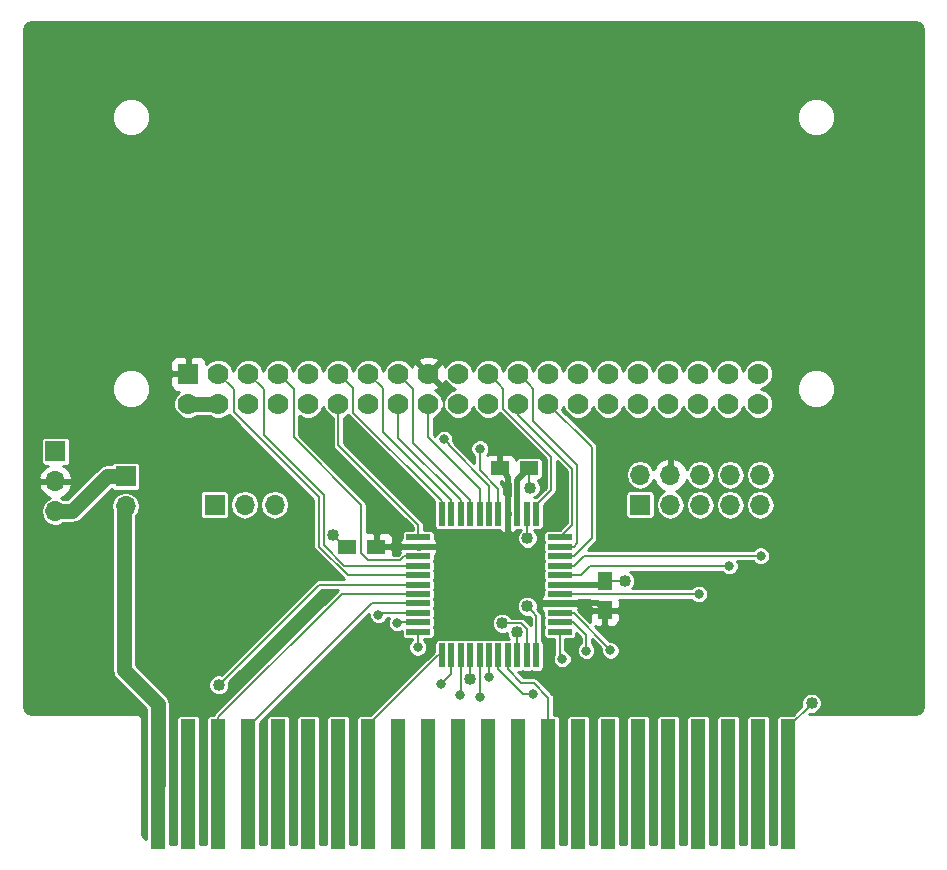
<source format=gtl>
G04 #@! TF.FileFunction,Copper,L1,Top,Signal*
%FSLAX46Y46*%
G04 Gerber Fmt 4.6, Leading zero omitted, Abs format (unit mm)*
G04 Created by KiCad (PCBNEW 4.0.1-stable) date Thursday, May 18, 2017 'PMt' 08:22:24 PM*
%MOMM*%
G01*
G04 APERTURE LIST*
%ADD10C,0.100000*%
%ADD11R,1.500000X1.250000*%
%ADD12R,1.250000X1.500000*%
%ADD13R,1.700000X1.700000*%
%ADD14O,1.700000X1.700000*%
%ADD15R,1.778000X1.778000*%
%ADD16C,1.778000*%
%ADD17R,1.270000X11.000000*%
%ADD18R,0.500000X2.000000*%
%ADD19R,2.000000X0.500000*%
%ADD20C,1.016000*%
%ADD21C,0.812800*%
%ADD22C,0.508000*%
%ADD23C,0.177800*%
%ADD24C,1.270000*%
%ADD25C,0.254000*%
G04 APERTURE END LIST*
D10*
D11*
X66790000Y-79880000D03*
X64290000Y-79880000D03*
D12*
X86120000Y-85270000D03*
X86120000Y-82770000D03*
D11*
X77230000Y-73260000D03*
X79730000Y-73260000D03*
D13*
X89110000Y-76330000D03*
D14*
X89110000Y-73790000D03*
X91650000Y-76330000D03*
X91650000Y-73790000D03*
X94190000Y-76330000D03*
X94190000Y-73790000D03*
X96730000Y-76330000D03*
X96730000Y-73790000D03*
X99270000Y-76330000D03*
X99270000Y-73790000D03*
D13*
X53090000Y-76330000D03*
D14*
X55630000Y-76330000D03*
X58170000Y-76330000D03*
D15*
X50870000Y-65230000D03*
D16*
X50870000Y-67770000D03*
X53410000Y-65230000D03*
X53410000Y-67770000D03*
X55950000Y-65230000D03*
X55950000Y-67770000D03*
X58490000Y-65230000D03*
X58490000Y-67770000D03*
X61030000Y-65230000D03*
X61030000Y-67770000D03*
X63570000Y-65230000D03*
X63570000Y-67770000D03*
X66110000Y-65230000D03*
X66110000Y-67770000D03*
X68650000Y-65230000D03*
X68650000Y-67770000D03*
X71190000Y-65230000D03*
X71190000Y-67770000D03*
X73730000Y-65230000D03*
X73730000Y-67770000D03*
X76270000Y-65230000D03*
X76270000Y-67770000D03*
X78810000Y-65230000D03*
X78810000Y-67770000D03*
X81350000Y-65230000D03*
X81350000Y-67770000D03*
X83890000Y-65230000D03*
X83890000Y-67770000D03*
X86430000Y-65230000D03*
X86430000Y-67770000D03*
X88970000Y-65230000D03*
X88970000Y-67770000D03*
X91510000Y-65230000D03*
X91510000Y-67770000D03*
X94050000Y-65230000D03*
X94050000Y-67770000D03*
X96590000Y-65230000D03*
X96590000Y-67770000D03*
X99130000Y-65230000D03*
X99130000Y-67770000D03*
D17*
X48330000Y-100000000D03*
X50870000Y-100000000D03*
X53410000Y-100000000D03*
X55950000Y-100000000D03*
X58490000Y-100000000D03*
X61030000Y-100000000D03*
X63570000Y-100000000D03*
X66110000Y-100000000D03*
X68650000Y-100000000D03*
X71190000Y-100000000D03*
X73730000Y-100000000D03*
X76270000Y-100000000D03*
X78810000Y-100000000D03*
X81350000Y-100000000D03*
X83890000Y-100000000D03*
X86430000Y-100000000D03*
X88970000Y-100000000D03*
X91510000Y-100000000D03*
X94050000Y-100000000D03*
X96590000Y-100000000D03*
X99130000Y-100000000D03*
X101670000Y-100000000D03*
D13*
X45550000Y-73920000D03*
D14*
X45550000Y-76460000D03*
D13*
X39610000Y-71800000D03*
D14*
X39610000Y-74340000D03*
X39610000Y-76880000D03*
D18*
X72320000Y-89090000D03*
X73120000Y-89090000D03*
X73920000Y-89090000D03*
X74720000Y-89090000D03*
X75520000Y-89090000D03*
X76320000Y-89090000D03*
X77120000Y-89090000D03*
X77920000Y-89090000D03*
X78720000Y-89090000D03*
X79520000Y-89090000D03*
X80320000Y-89090000D03*
D19*
X82320000Y-87090000D03*
X82320000Y-86290000D03*
X82320000Y-85490000D03*
X82320000Y-84690000D03*
X82320000Y-83890000D03*
X82320000Y-83090000D03*
X82320000Y-82290000D03*
X82320000Y-81490000D03*
X82320000Y-80690000D03*
X82320000Y-79890000D03*
X82320000Y-79090000D03*
D18*
X80320000Y-77090000D03*
X79520000Y-77090000D03*
X78720000Y-77090000D03*
X77920000Y-77090000D03*
X77120000Y-77090000D03*
X76320000Y-77090000D03*
X75520000Y-77090000D03*
X74720000Y-77090000D03*
X73920000Y-77090000D03*
X73120000Y-77090000D03*
X72320000Y-77090000D03*
D19*
X70320000Y-79090000D03*
X70320000Y-79890000D03*
X70320000Y-80690000D03*
X70320000Y-81490000D03*
X70320000Y-82290000D03*
X70320000Y-83090000D03*
X70320000Y-83890000D03*
X70320000Y-84690000D03*
X70320000Y-85490000D03*
X70320000Y-86290000D03*
X70320000Y-87090000D03*
D20*
X61240000Y-81720000D03*
X66760000Y-78240000D03*
X74722062Y-91043791D03*
X87830000Y-82790000D03*
X79830000Y-74880000D03*
X63130000Y-78860000D03*
X103630000Y-93140000D03*
X79540000Y-84930000D03*
X79580000Y-79150000D03*
X77440000Y-86360000D03*
X78700000Y-87140000D03*
D21*
X72260000Y-91500000D03*
X73830001Y-92400000D03*
X75590000Y-92640000D03*
X76310000Y-90950000D03*
X80060000Y-92340000D03*
X82520000Y-89380000D03*
X84550000Y-88680000D03*
X86600000Y-88670000D03*
X94080000Y-83880000D03*
X96670000Y-81520000D03*
X99320000Y-80649998D03*
X72500000Y-70790000D03*
X75540000Y-71580000D03*
D20*
X53460000Y-91580000D03*
D21*
X66960000Y-85650000D03*
X68550002Y-86340000D03*
X70280000Y-88400000D03*
D20*
X45460000Y-90360000D03*
D22*
X80812000Y-84690000D02*
X77910000Y-81788000D01*
X82320000Y-84690000D02*
X80812000Y-84690000D01*
X77910000Y-81788000D02*
X77910000Y-79890000D01*
D23*
X66790000Y-79880000D02*
X66790000Y-78270000D01*
X66790000Y-78270000D02*
X66760000Y-78240000D01*
X71190000Y-65230000D02*
X72480000Y-66520000D01*
X72480000Y-66520000D02*
X72480000Y-68570000D01*
X72480000Y-68570000D02*
X74050000Y-70140000D01*
X74050000Y-70140000D02*
X76220000Y-70140000D01*
X76220000Y-70140000D02*
X77230000Y-71150000D01*
X77230000Y-71150000D02*
X77230000Y-73260000D01*
D22*
X77910000Y-79890000D02*
X70320000Y-79890000D01*
X77920000Y-77090000D02*
X77920000Y-78598000D01*
X77920000Y-78598000D02*
X77910000Y-78608000D01*
X77910000Y-78608000D02*
X77910000Y-79890000D01*
X70320000Y-79890000D02*
X66800000Y-79890000D01*
X66800000Y-79890000D02*
X66790000Y-79880000D01*
X82320000Y-84690000D02*
X85540000Y-84690000D01*
X85540000Y-84690000D02*
X86120000Y-85270000D01*
X77920000Y-77090000D02*
X77920000Y-73950000D01*
X77920000Y-73950000D02*
X77230000Y-73260000D01*
D23*
X74720000Y-91041729D02*
X74722062Y-91043791D01*
X74720000Y-89090000D02*
X74720000Y-91041729D01*
X86120000Y-82770000D02*
X87810000Y-82770000D01*
X87810000Y-82770000D02*
X87830000Y-82790000D01*
X79730000Y-73260000D02*
X79730000Y-74780000D01*
X79730000Y-74780000D02*
X79830000Y-74880000D01*
X64290000Y-79880000D02*
X64150000Y-79880000D01*
X64150000Y-79880000D02*
X63130000Y-78860000D01*
D22*
X86120000Y-82770000D02*
X85800000Y-83090000D01*
X85800000Y-83090000D02*
X82320000Y-83090000D01*
X79730000Y-73260000D02*
X78720000Y-74270000D01*
X78720000Y-74270000D02*
X78720000Y-77090000D01*
D23*
X101670000Y-100000000D02*
X101670000Y-95135000D01*
X101670000Y-95135000D02*
X103630000Y-93175000D01*
X103630000Y-93175000D02*
X103630000Y-93140000D01*
X80047999Y-85437999D02*
X79540000Y-84930000D01*
X80320000Y-85710000D02*
X80047999Y-85437999D01*
X80320000Y-89090000D02*
X80320000Y-85710000D01*
X79520000Y-79090000D02*
X79580000Y-79150000D01*
X79520000Y-77090000D02*
X79520000Y-79090000D01*
X78158420Y-86360000D02*
X77440000Y-86360000D01*
X79520000Y-86820000D02*
X79060000Y-86360000D01*
X79520000Y-89090000D02*
X79520000Y-86820000D01*
X79060000Y-86360000D02*
X78158420Y-86360000D01*
X78720000Y-89090000D02*
X78720000Y-87160000D01*
X78720000Y-87160000D02*
X78700000Y-87140000D01*
X72320000Y-89090000D02*
X71970000Y-89090000D01*
X71970000Y-89090000D02*
X66110000Y-94950000D01*
X66110000Y-94950000D02*
X66110000Y-100000000D01*
X72666399Y-91093601D02*
X72260000Y-91500000D01*
X73120000Y-90640000D02*
X72666399Y-91093601D01*
X73120000Y-89090000D02*
X73120000Y-90640000D01*
X73920000Y-92310001D02*
X73830001Y-92400000D01*
X73920000Y-89090000D02*
X73920000Y-92310001D01*
X75520000Y-92570000D02*
X75590000Y-92640000D01*
X75520000Y-89090000D02*
X75520000Y-92570000D01*
X76320000Y-90940000D02*
X76310000Y-90950000D01*
X76320000Y-89090000D02*
X76320000Y-90940000D01*
X77120000Y-89090000D02*
X77120000Y-90267800D01*
X77120000Y-90267800D02*
X79192200Y-92340000D01*
X79485264Y-92340000D02*
X80060000Y-92340000D01*
X79192200Y-92340000D02*
X79485264Y-92340000D01*
X79059098Y-91406898D02*
X77920000Y-90267800D01*
X80103090Y-91406898D02*
X79059098Y-91406898D01*
X81350000Y-92653808D02*
X80103090Y-91406898D01*
X77920000Y-90267800D02*
X77920000Y-89090000D01*
X81350000Y-100000000D02*
X81350000Y-92653808D01*
X82320000Y-89180000D02*
X82520000Y-89380000D01*
X82320000Y-87090000D02*
X82320000Y-89180000D01*
X84550000Y-88105264D02*
X84550000Y-88680000D01*
X84550000Y-87382908D02*
X84550000Y-88105264D01*
X83457092Y-86290000D02*
X84550000Y-87382908D01*
X82320000Y-86290000D02*
X83457092Y-86290000D01*
X86600000Y-88592200D02*
X86600000Y-88670000D01*
X83497800Y-85490000D02*
X86600000Y-88592200D01*
X82320000Y-85490000D02*
X83497800Y-85490000D01*
X94070000Y-83890000D02*
X94080000Y-83880000D01*
X82320000Y-83890000D02*
X94070000Y-83890000D01*
X96095264Y-81520000D02*
X96670000Y-81520000D01*
X84860000Y-81520000D02*
X96095264Y-81520000D01*
X84090000Y-82290000D02*
X84860000Y-81520000D01*
X82320000Y-82290000D02*
X84090000Y-82290000D01*
X98745264Y-80649998D02*
X99320000Y-80649998D01*
X84337802Y-80649998D02*
X98745264Y-80649998D01*
X83497800Y-81490000D02*
X84337802Y-80649998D01*
X82320000Y-81490000D02*
X83497800Y-81490000D01*
X53410000Y-65230000D02*
X54690000Y-66510000D01*
X54690000Y-66510000D02*
X54690000Y-68470000D01*
X54690000Y-68470000D02*
X61920000Y-75700000D01*
X61920000Y-75700000D02*
X61920000Y-79867971D01*
X61920000Y-79867971D02*
X64342029Y-82290000D01*
X64342029Y-82290000D02*
X70320000Y-82290000D01*
X55950000Y-65230000D02*
X57240000Y-66520000D01*
X64044938Y-81490000D02*
X69142200Y-81490000D01*
X57240000Y-66520000D02*
X57240000Y-70400000D01*
X57240000Y-70400000D02*
X62324938Y-75484938D01*
X62324938Y-75484938D02*
X62324938Y-79770000D01*
X62324938Y-79770000D02*
X64044938Y-81490000D01*
X69142200Y-81490000D02*
X70320000Y-81490000D01*
X70320000Y-80690000D02*
X69142200Y-80690000D01*
X69142200Y-80690000D02*
X68812200Y-81020000D01*
X68812200Y-81020000D02*
X66074938Y-81020000D01*
X66074938Y-81020000D02*
X65490000Y-80435062D01*
X65490000Y-80435062D02*
X65490000Y-76330000D01*
X65490000Y-76330000D02*
X59770000Y-70610000D01*
X59770000Y-70610000D02*
X59770000Y-66510000D01*
X59770000Y-66510000D02*
X59378999Y-66118999D01*
X59378999Y-66118999D02*
X58490000Y-65230000D01*
X72320000Y-77090000D02*
X72320000Y-76020000D01*
X72320000Y-76020000D02*
X64820000Y-68520000D01*
X64820000Y-68520000D02*
X64820000Y-66480000D01*
X64820000Y-66480000D02*
X64458999Y-66118999D01*
X64458999Y-66118999D02*
X63570000Y-65230000D01*
X63570000Y-67770000D02*
X63570000Y-71260000D01*
X63570000Y-71260000D02*
X70320000Y-78010000D01*
X70320000Y-78010000D02*
X70320000Y-79090000D01*
X66110000Y-65230000D02*
X67360000Y-66480000D01*
X67360000Y-66480000D02*
X67360000Y-70152200D01*
X73120000Y-75912200D02*
X73120000Y-77090000D01*
X67360000Y-70152200D02*
X73120000Y-75912200D01*
X68650000Y-65230000D02*
X69910000Y-66490000D01*
X69910000Y-66490000D02*
X69910000Y-71102200D01*
X69910000Y-71102200D02*
X74720000Y-75912200D01*
X74720000Y-75912200D02*
X74720000Y-77090000D01*
X73920000Y-77090000D02*
X73920000Y-75912200D01*
X73920000Y-75912200D02*
X68650000Y-70642200D01*
X68650000Y-70642200D02*
X68650000Y-69027235D01*
X68650000Y-69027235D02*
X68650000Y-67770000D01*
X71190000Y-67770000D02*
X71190000Y-70626190D01*
X71190000Y-70626190D02*
X75520000Y-74956190D01*
X75520000Y-74956190D02*
X75520000Y-75912200D01*
X75520000Y-75912200D02*
X75520000Y-77090000D01*
X72906399Y-71294370D02*
X72906399Y-71196399D01*
X72906399Y-71196399D02*
X72500000Y-70790000D01*
X76320000Y-74707971D02*
X72906399Y-71294370D01*
X76320000Y-77090000D02*
X76320000Y-74707971D01*
X80320000Y-77090000D02*
X80320000Y-76340000D01*
X80320000Y-76340000D02*
X81590000Y-75070000D01*
X81590000Y-75070000D02*
X81590000Y-72260438D01*
X81590000Y-72260438D02*
X77540000Y-68210438D01*
X77540000Y-68210438D02*
X77540000Y-66500000D01*
X77540000Y-66500000D02*
X77158999Y-66118999D01*
X77158999Y-66118999D02*
X76270000Y-65230000D01*
X75540000Y-72154736D02*
X75540000Y-71580000D01*
X77120000Y-75005062D02*
X75540000Y-73425062D01*
X77120000Y-77090000D02*
X77120000Y-75005062D01*
X75540000Y-73425062D02*
X75540000Y-72154736D01*
X82320000Y-79890000D02*
X83497800Y-79890000D01*
X83780000Y-72940000D02*
X80070000Y-69230000D01*
X83497800Y-79890000D02*
X83780000Y-79607800D01*
X83780000Y-79607800D02*
X83780000Y-72940000D01*
X80070000Y-69230000D02*
X80070000Y-66490000D01*
X80070000Y-66490000D02*
X79698999Y-66118999D01*
X79698999Y-66118999D02*
X78810000Y-65230000D01*
X82320000Y-79090000D02*
X83390000Y-78020000D01*
X83390000Y-78020000D02*
X83390000Y-73290000D01*
X83390000Y-73290000D02*
X78810000Y-68710000D01*
X78810000Y-68710000D02*
X78810000Y-67770000D01*
X85020000Y-79167800D02*
X85020000Y-71440000D01*
X85020000Y-71440000D02*
X81350000Y-67770000D01*
X82320000Y-80690000D02*
X83497800Y-80690000D01*
X83497800Y-80690000D02*
X85020000Y-79167800D01*
X70320000Y-83090000D02*
X61950000Y-83090000D01*
X61950000Y-83090000D02*
X53460000Y-91580000D01*
X53410000Y-94322200D02*
X53410000Y-100000000D01*
X63842200Y-83890000D02*
X53410000Y-94322200D01*
X70320000Y-83890000D02*
X63842200Y-83890000D01*
X70320000Y-84690000D02*
X66395000Y-84690000D01*
X66395000Y-84690000D02*
X55950000Y-95135000D01*
X55950000Y-95135000D02*
X55950000Y-100000000D01*
X67120000Y-85490000D02*
X66960000Y-85650000D01*
X70320000Y-85490000D02*
X67120000Y-85490000D01*
X68600002Y-86290000D02*
X68550002Y-86340000D01*
X70320000Y-86290000D02*
X68600002Y-86290000D01*
X70320000Y-88360000D02*
X70280000Y-88400000D01*
X70320000Y-87090000D02*
X70320000Y-88360000D01*
D24*
X45550000Y-73920000D02*
X44000000Y-73920000D01*
X44000000Y-73920000D02*
X41040000Y-76880000D01*
X41040000Y-76880000D02*
X39610000Y-76880000D01*
X53410000Y-67770000D02*
X50870000Y-67770000D01*
X45460000Y-90360000D02*
X45460000Y-76550000D01*
X45460000Y-76550000D02*
X45550000Y-76460000D01*
X45460000Y-90360000D02*
X48330000Y-93230000D01*
X48330000Y-93230000D02*
X48330000Y-100000000D01*
D23*
X48330000Y-100000000D02*
X48330000Y-95135000D01*
D25*
G36*
X112704761Y-35505663D02*
X112878349Y-35621651D01*
X112994337Y-35795239D01*
X113044000Y-36044911D01*
X113044000Y-93455089D01*
X112994337Y-93704761D01*
X112878349Y-93878349D01*
X112704761Y-93994337D01*
X112455089Y-94044000D01*
X103500000Y-94044000D01*
X103407050Y-94062489D01*
X103444125Y-94025414D01*
X103452391Y-94028846D01*
X103806057Y-94029154D01*
X104132920Y-93894097D01*
X104383218Y-93644236D01*
X104518846Y-93317609D01*
X104519154Y-92963943D01*
X104384097Y-92637080D01*
X104134236Y-92386782D01*
X103807609Y-92251154D01*
X103453943Y-92250846D01*
X103127080Y-92385903D01*
X102876782Y-92635764D01*
X102741154Y-92962391D01*
X102740846Y-93316057D01*
X102765277Y-93375184D01*
X102028926Y-94111536D01*
X101035000Y-94111536D01*
X100893810Y-94138103D01*
X100764135Y-94221546D01*
X100677141Y-94348866D01*
X100646536Y-94500000D01*
X100646536Y-105044000D01*
X100153464Y-105044000D01*
X100153464Y-94500000D01*
X100126897Y-94358810D01*
X100043454Y-94229135D01*
X99916134Y-94142141D01*
X99765000Y-94111536D01*
X98495000Y-94111536D01*
X98353810Y-94138103D01*
X98224135Y-94221546D01*
X98137141Y-94348866D01*
X98106536Y-94500000D01*
X98106536Y-105044000D01*
X97613464Y-105044000D01*
X97613464Y-94500000D01*
X97586897Y-94358810D01*
X97503454Y-94229135D01*
X97376134Y-94142141D01*
X97225000Y-94111536D01*
X95955000Y-94111536D01*
X95813810Y-94138103D01*
X95684135Y-94221546D01*
X95597141Y-94348866D01*
X95566536Y-94500000D01*
X95566536Y-105044000D01*
X95073464Y-105044000D01*
X95073464Y-94500000D01*
X95046897Y-94358810D01*
X94963454Y-94229135D01*
X94836134Y-94142141D01*
X94685000Y-94111536D01*
X93415000Y-94111536D01*
X93273810Y-94138103D01*
X93144135Y-94221546D01*
X93057141Y-94348866D01*
X93026536Y-94500000D01*
X93026536Y-105044000D01*
X92533464Y-105044000D01*
X92533464Y-94500000D01*
X92506897Y-94358810D01*
X92423454Y-94229135D01*
X92296134Y-94142141D01*
X92145000Y-94111536D01*
X90875000Y-94111536D01*
X90733810Y-94138103D01*
X90604135Y-94221546D01*
X90517141Y-94348866D01*
X90486536Y-94500000D01*
X90486536Y-105044000D01*
X89993464Y-105044000D01*
X89993464Y-94500000D01*
X89966897Y-94358810D01*
X89883454Y-94229135D01*
X89756134Y-94142141D01*
X89605000Y-94111536D01*
X88335000Y-94111536D01*
X88193810Y-94138103D01*
X88064135Y-94221546D01*
X87977141Y-94348866D01*
X87946536Y-94500000D01*
X87946536Y-105044000D01*
X87453464Y-105044000D01*
X87453464Y-94500000D01*
X87426897Y-94358810D01*
X87343454Y-94229135D01*
X87216134Y-94142141D01*
X87065000Y-94111536D01*
X85795000Y-94111536D01*
X85653810Y-94138103D01*
X85524135Y-94221546D01*
X85437141Y-94348866D01*
X85406536Y-94500000D01*
X85406536Y-105044000D01*
X84913464Y-105044000D01*
X84913464Y-94500000D01*
X84886897Y-94358810D01*
X84803454Y-94229135D01*
X84676134Y-94142141D01*
X84525000Y-94111536D01*
X83255000Y-94111536D01*
X83113810Y-94138103D01*
X82984135Y-94221546D01*
X82897141Y-94348866D01*
X82866536Y-94500000D01*
X82866536Y-105044000D01*
X82373464Y-105044000D01*
X82373464Y-94500000D01*
X82346897Y-94358810D01*
X82263454Y-94229135D01*
X82136134Y-94142141D01*
X81985000Y-94111536D01*
X81819900Y-94111536D01*
X81819900Y-92653808D01*
X81784131Y-92473985D01*
X81682269Y-92321539D01*
X80435359Y-91074629D01*
X80282913Y-90972767D01*
X80280409Y-90972269D01*
X80103090Y-90936998D01*
X79253737Y-90936998D01*
X78795202Y-90478464D01*
X78970000Y-90478464D01*
X79111190Y-90451897D01*
X79118187Y-90447395D01*
X79118866Y-90447859D01*
X79270000Y-90478464D01*
X79770000Y-90478464D01*
X79911190Y-90451897D01*
X79918187Y-90447395D01*
X79918866Y-90447859D01*
X80070000Y-90478464D01*
X80570000Y-90478464D01*
X80711190Y-90451897D01*
X80840865Y-90368454D01*
X80927859Y-90241134D01*
X80958464Y-90090000D01*
X80958464Y-88090000D01*
X80931897Y-87948810D01*
X80848454Y-87819135D01*
X80789900Y-87779127D01*
X80789900Y-85710000D01*
X80754131Y-85530177D01*
X80729082Y-85492689D01*
X80652270Y-85377731D01*
X80415144Y-85140606D01*
X80428846Y-85107609D01*
X80428962Y-84973750D01*
X80685000Y-84973750D01*
X80685000Y-85066309D01*
X80781673Y-85299698D01*
X80931536Y-85449562D01*
X80931536Y-85740000D01*
X80958103Y-85881190D01*
X80962605Y-85888187D01*
X80962141Y-85888866D01*
X80931536Y-86040000D01*
X80931536Y-86540000D01*
X80958103Y-86681190D01*
X80962605Y-86688187D01*
X80962141Y-86688866D01*
X80931536Y-86840000D01*
X80931536Y-87340000D01*
X80958103Y-87481190D01*
X81041546Y-87610865D01*
X81168866Y-87697859D01*
X81320000Y-87728464D01*
X81850100Y-87728464D01*
X81850100Y-88940047D01*
X81732737Y-89222689D01*
X81732464Y-89535936D01*
X81852086Y-89825444D01*
X82073391Y-90047136D01*
X82362689Y-90167263D01*
X82675936Y-90167536D01*
X82965444Y-90047914D01*
X83187136Y-89826609D01*
X83307263Y-89537311D01*
X83307536Y-89224064D01*
X83187914Y-88934556D01*
X82966609Y-88712864D01*
X82789900Y-88639488D01*
X82789900Y-87728464D01*
X83320000Y-87728464D01*
X83461190Y-87701897D01*
X83590865Y-87618454D01*
X83677859Y-87491134D01*
X83708464Y-87340000D01*
X83708464Y-87205911D01*
X84080100Y-87577547D01*
X84080100Y-88036499D01*
X83882864Y-88233391D01*
X83762737Y-88522689D01*
X83762464Y-88835936D01*
X83882086Y-89125444D01*
X84103391Y-89347136D01*
X84392689Y-89467263D01*
X84705936Y-89467536D01*
X84995444Y-89347914D01*
X85217136Y-89126609D01*
X85337263Y-88837311D01*
X85337536Y-88524064D01*
X85217914Y-88234556D01*
X85019900Y-88036196D01*
X85019900Y-87676639D01*
X85825416Y-88482155D01*
X85812737Y-88512689D01*
X85812464Y-88825936D01*
X85932086Y-89115444D01*
X86153391Y-89337136D01*
X86442689Y-89457263D01*
X86755936Y-89457536D01*
X87045444Y-89337914D01*
X87267136Y-89116609D01*
X87387263Y-88827311D01*
X87387536Y-88514064D01*
X87267914Y-88224556D01*
X87046609Y-88002864D01*
X86757311Y-87882737D01*
X86554899Y-87882561D01*
X85298098Y-86625760D01*
X85368690Y-86655000D01*
X85834250Y-86655000D01*
X85993000Y-86496250D01*
X85993000Y-85397000D01*
X86247000Y-85397000D01*
X86247000Y-86496250D01*
X86405750Y-86655000D01*
X86871310Y-86655000D01*
X87104699Y-86558327D01*
X87283327Y-86379698D01*
X87380000Y-86146309D01*
X87380000Y-85555750D01*
X87221250Y-85397000D01*
X86247000Y-85397000D01*
X85993000Y-85397000D01*
X85018750Y-85397000D01*
X84860000Y-85555750D01*
X84860000Y-86146309D01*
X84889241Y-86216902D01*
X83891632Y-85219294D01*
X83955000Y-85066309D01*
X83955000Y-84973750D01*
X83796250Y-84815000D01*
X82447000Y-84815000D01*
X82447000Y-84837000D01*
X82193000Y-84837000D01*
X82193000Y-84815000D01*
X80843750Y-84815000D01*
X80685000Y-84973750D01*
X80428962Y-84973750D01*
X80429154Y-84753943D01*
X80294097Y-84427080D01*
X80044236Y-84176782D01*
X79717609Y-84041154D01*
X79363943Y-84040846D01*
X79037080Y-84175903D01*
X78786782Y-84425764D01*
X78651154Y-84752391D01*
X78650846Y-85106057D01*
X78785903Y-85432920D01*
X79035764Y-85683218D01*
X79362391Y-85818846D01*
X79716057Y-85819154D01*
X79750418Y-85804956D01*
X79850100Y-85904638D01*
X79850100Y-86485561D01*
X79392269Y-86027731D01*
X79239823Y-85925869D01*
X79231085Y-85924131D01*
X79060000Y-85890100D01*
X78207741Y-85890100D01*
X78194097Y-85857080D01*
X77944236Y-85606782D01*
X77617609Y-85471154D01*
X77263943Y-85470846D01*
X76937080Y-85605903D01*
X76686782Y-85855764D01*
X76551154Y-86182391D01*
X76550846Y-86536057D01*
X76685903Y-86862920D01*
X76935764Y-87113218D01*
X77262391Y-87248846D01*
X77616057Y-87249154D01*
X77810974Y-87168616D01*
X77810846Y-87316057D01*
X77945903Y-87642920D01*
X78004417Y-87701536D01*
X77670000Y-87701536D01*
X77528810Y-87728103D01*
X77521813Y-87732605D01*
X77521134Y-87732141D01*
X77370000Y-87701536D01*
X76870000Y-87701536D01*
X76728810Y-87728103D01*
X76721813Y-87732605D01*
X76721134Y-87732141D01*
X76570000Y-87701536D01*
X76070000Y-87701536D01*
X75928810Y-87728103D01*
X75921813Y-87732605D01*
X75921134Y-87732141D01*
X75770000Y-87701536D01*
X75270000Y-87701536D01*
X75128810Y-87728103D01*
X75121813Y-87732605D01*
X75121134Y-87732141D01*
X74970000Y-87701536D01*
X74470000Y-87701536D01*
X74328810Y-87728103D01*
X74321813Y-87732605D01*
X74321134Y-87732141D01*
X74170000Y-87701536D01*
X73670000Y-87701536D01*
X73528810Y-87728103D01*
X73521813Y-87732605D01*
X73521134Y-87732141D01*
X73370000Y-87701536D01*
X72870000Y-87701536D01*
X72728810Y-87728103D01*
X72721813Y-87732605D01*
X72721134Y-87732141D01*
X72570000Y-87701536D01*
X72070000Y-87701536D01*
X71928810Y-87728103D01*
X71799135Y-87811546D01*
X71712141Y-87938866D01*
X71681536Y-88090000D01*
X71681536Y-88728461D01*
X71637730Y-88757731D01*
X66283926Y-94111536D01*
X65475000Y-94111536D01*
X65333810Y-94138103D01*
X65204135Y-94221546D01*
X65117141Y-94348866D01*
X65086536Y-94500000D01*
X65086536Y-105044000D01*
X64593464Y-105044000D01*
X64593464Y-94500000D01*
X64566897Y-94358810D01*
X64483454Y-94229135D01*
X64356134Y-94142141D01*
X64205000Y-94111536D01*
X62935000Y-94111536D01*
X62793810Y-94138103D01*
X62664135Y-94221546D01*
X62577141Y-94348866D01*
X62546536Y-94500000D01*
X62546536Y-105044000D01*
X62053464Y-105044000D01*
X62053464Y-94500000D01*
X62026897Y-94358810D01*
X61943454Y-94229135D01*
X61816134Y-94142141D01*
X61665000Y-94111536D01*
X60395000Y-94111536D01*
X60253810Y-94138103D01*
X60124135Y-94221546D01*
X60037141Y-94348866D01*
X60006536Y-94500000D01*
X60006536Y-105044000D01*
X59513464Y-105044000D01*
X59513464Y-94500000D01*
X59486897Y-94358810D01*
X59403454Y-94229135D01*
X59276134Y-94142141D01*
X59125000Y-94111536D01*
X57855000Y-94111536D01*
X57713810Y-94138103D01*
X57584135Y-94221546D01*
X57497141Y-94348866D01*
X57466536Y-94500000D01*
X57466536Y-105044000D01*
X56973464Y-105044000D01*
X56973464Y-94776074D01*
X66172664Y-85576875D01*
X66172464Y-85805936D01*
X66292086Y-86095444D01*
X66513391Y-86317136D01*
X66802689Y-86437263D01*
X67115936Y-86437536D01*
X67405444Y-86317914D01*
X67627136Y-86096609D01*
X67683903Y-85959900D01*
X67855249Y-85959900D01*
X67762739Y-86182689D01*
X67762466Y-86495936D01*
X67882088Y-86785444D01*
X68103393Y-87007136D01*
X68392691Y-87127263D01*
X68705938Y-87127536D01*
X68931536Y-87034321D01*
X68931536Y-87340000D01*
X68958103Y-87481190D01*
X69041546Y-87610865D01*
X69168866Y-87697859D01*
X69320000Y-87728464D01*
X69843322Y-87728464D01*
X69834556Y-87732086D01*
X69612864Y-87953391D01*
X69492737Y-88242689D01*
X69492464Y-88555936D01*
X69612086Y-88845444D01*
X69833391Y-89067136D01*
X70122689Y-89187263D01*
X70435936Y-89187536D01*
X70725444Y-89067914D01*
X70947136Y-88846609D01*
X71067263Y-88557311D01*
X71067536Y-88244064D01*
X70947914Y-87954556D01*
X70789900Y-87796266D01*
X70789900Y-87728464D01*
X71320000Y-87728464D01*
X71461190Y-87701897D01*
X71590865Y-87618454D01*
X71677859Y-87491134D01*
X71708464Y-87340000D01*
X71708464Y-86840000D01*
X71681897Y-86698810D01*
X71677395Y-86691813D01*
X71677859Y-86691134D01*
X71708464Y-86540000D01*
X71708464Y-86040000D01*
X71681897Y-85898810D01*
X71677395Y-85891813D01*
X71677859Y-85891134D01*
X71708464Y-85740000D01*
X71708464Y-85240000D01*
X71681897Y-85098810D01*
X71677395Y-85091813D01*
X71677859Y-85091134D01*
X71708464Y-84940000D01*
X71708464Y-84440000D01*
X71681897Y-84298810D01*
X71677395Y-84291813D01*
X71677859Y-84291134D01*
X71708464Y-84140000D01*
X71708464Y-83640000D01*
X71681897Y-83498810D01*
X71677395Y-83491813D01*
X71677859Y-83491134D01*
X71708464Y-83340000D01*
X71708464Y-82840000D01*
X71681897Y-82698810D01*
X71677395Y-82691813D01*
X71677859Y-82691134D01*
X71708464Y-82540000D01*
X71708464Y-82040000D01*
X71681897Y-81898810D01*
X71677395Y-81891813D01*
X71677859Y-81891134D01*
X71708464Y-81740000D01*
X71708464Y-81240000D01*
X71681897Y-81098810D01*
X71677395Y-81091813D01*
X71677859Y-81091134D01*
X71708464Y-80940000D01*
X71708464Y-80649562D01*
X71858327Y-80499698D01*
X71955000Y-80266309D01*
X71955000Y-80173750D01*
X71796250Y-80015000D01*
X70447000Y-80015000D01*
X70447000Y-80037000D01*
X70193000Y-80037000D01*
X70193000Y-80015000D01*
X68843750Y-80015000D01*
X68685000Y-80173750D01*
X68685000Y-80266309D01*
X68748368Y-80419293D01*
X68617562Y-80550100D01*
X68175000Y-80550100D01*
X68175000Y-80165750D01*
X68016250Y-80007000D01*
X66917000Y-80007000D01*
X66917000Y-80027000D01*
X66663000Y-80027000D01*
X66663000Y-80007000D01*
X66643000Y-80007000D01*
X66643000Y-79753000D01*
X66663000Y-79753000D01*
X66663000Y-78778750D01*
X66917000Y-78778750D01*
X66917000Y-79753000D01*
X68016250Y-79753000D01*
X68175000Y-79594250D01*
X68175000Y-79128690D01*
X68078327Y-78895301D01*
X67899698Y-78716673D01*
X67666309Y-78620000D01*
X67075750Y-78620000D01*
X66917000Y-78778750D01*
X66663000Y-78778750D01*
X66504250Y-78620000D01*
X65959900Y-78620000D01*
X65959900Y-76330000D01*
X65924131Y-76150177D01*
X65913409Y-76134131D01*
X65822270Y-75997731D01*
X60239900Y-70415362D01*
X60239900Y-68776141D01*
X60309663Y-68846026D01*
X60776273Y-69039779D01*
X61281510Y-69040220D01*
X61748458Y-68847282D01*
X62106026Y-68490337D01*
X62299779Y-68023727D01*
X62299781Y-68021512D01*
X62492718Y-68488458D01*
X62849663Y-68846026D01*
X63100100Y-68950016D01*
X63100100Y-71260000D01*
X63106937Y-71294370D01*
X63135869Y-71439823D01*
X63237731Y-71592269D01*
X69850100Y-78204639D01*
X69850100Y-78451536D01*
X69320000Y-78451536D01*
X69178810Y-78478103D01*
X69049135Y-78561546D01*
X68962141Y-78688866D01*
X68931536Y-78840000D01*
X68931536Y-79130438D01*
X68781673Y-79280302D01*
X68685000Y-79513691D01*
X68685000Y-79606250D01*
X68843750Y-79765000D01*
X70193000Y-79765000D01*
X70193000Y-79743000D01*
X70447000Y-79743000D01*
X70447000Y-79765000D01*
X71796250Y-79765000D01*
X71955000Y-79606250D01*
X71955000Y-79513691D01*
X71858327Y-79280302D01*
X71708464Y-79130438D01*
X71708464Y-78840000D01*
X71681897Y-78698810D01*
X71598454Y-78569135D01*
X71471134Y-78482141D01*
X71320000Y-78451536D01*
X70789900Y-78451536D01*
X70789900Y-78010000D01*
X70754131Y-77830177D01*
X70746437Y-77818662D01*
X70652270Y-77677731D01*
X64039900Y-71065362D01*
X64039900Y-68949984D01*
X64288458Y-68847282D01*
X64405998Y-68729947D01*
X64487731Y-68852269D01*
X71688933Y-76053472D01*
X71681536Y-76090000D01*
X71681536Y-78090000D01*
X71708103Y-78231190D01*
X71791546Y-78360865D01*
X71918866Y-78447859D01*
X72070000Y-78478464D01*
X72570000Y-78478464D01*
X72711190Y-78451897D01*
X72718187Y-78447395D01*
X72718866Y-78447859D01*
X72870000Y-78478464D01*
X73370000Y-78478464D01*
X73511190Y-78451897D01*
X73518187Y-78447395D01*
X73518866Y-78447859D01*
X73670000Y-78478464D01*
X74170000Y-78478464D01*
X74311190Y-78451897D01*
X74318187Y-78447395D01*
X74318866Y-78447859D01*
X74470000Y-78478464D01*
X74970000Y-78478464D01*
X75111190Y-78451897D01*
X75118187Y-78447395D01*
X75118866Y-78447859D01*
X75270000Y-78478464D01*
X75770000Y-78478464D01*
X75911190Y-78451897D01*
X75918187Y-78447395D01*
X75918866Y-78447859D01*
X76070000Y-78478464D01*
X76570000Y-78478464D01*
X76711190Y-78451897D01*
X76718187Y-78447395D01*
X76718866Y-78447859D01*
X76870000Y-78478464D01*
X77160439Y-78478464D01*
X77310301Y-78628327D01*
X77543690Y-78725000D01*
X77636250Y-78725000D01*
X77795000Y-78566250D01*
X77795000Y-77217000D01*
X77773000Y-77217000D01*
X77773000Y-76963000D01*
X77795000Y-76963000D01*
X77795000Y-75613750D01*
X77636250Y-75455000D01*
X77589900Y-75455000D01*
X77589900Y-75005062D01*
X77554131Y-74825239D01*
X77495660Y-74737731D01*
X77452269Y-74672792D01*
X77299477Y-74520000D01*
X77357002Y-74520000D01*
X77357002Y-74361252D01*
X77515750Y-74520000D01*
X78085000Y-74520000D01*
X78085000Y-75573750D01*
X78045000Y-75613750D01*
X78045000Y-76963000D01*
X78067000Y-76963000D01*
X78067000Y-77217000D01*
X78045000Y-77217000D01*
X78045000Y-78566250D01*
X78203750Y-78725000D01*
X78296310Y-78725000D01*
X78529699Y-78628327D01*
X78679561Y-78478464D01*
X78970000Y-78478464D01*
X79000036Y-78472812D01*
X78826782Y-78645764D01*
X78691154Y-78972391D01*
X78690846Y-79326057D01*
X78825903Y-79652920D01*
X79075764Y-79903218D01*
X79402391Y-80038846D01*
X79756057Y-80039154D01*
X80082920Y-79904097D01*
X80333218Y-79654236D01*
X80468846Y-79327609D01*
X80469154Y-78973943D01*
X80334097Y-78647080D01*
X80165775Y-78478464D01*
X80570000Y-78478464D01*
X80711190Y-78451897D01*
X80840865Y-78368454D01*
X80927859Y-78241134D01*
X80958464Y-78090000D01*
X80958464Y-76366074D01*
X81922269Y-75402270D01*
X82024131Y-75249823D01*
X82028273Y-75229000D01*
X82059900Y-75070000D01*
X82059900Y-72624439D01*
X82920100Y-73484639D01*
X82920100Y-77825361D01*
X82293926Y-78451536D01*
X81320000Y-78451536D01*
X81178810Y-78478103D01*
X81049135Y-78561546D01*
X80962141Y-78688866D01*
X80931536Y-78840000D01*
X80931536Y-79340000D01*
X80958103Y-79481190D01*
X80962605Y-79488187D01*
X80962141Y-79488866D01*
X80931536Y-79640000D01*
X80931536Y-80140000D01*
X80958103Y-80281190D01*
X80962605Y-80288187D01*
X80962141Y-80288866D01*
X80931536Y-80440000D01*
X80931536Y-80940000D01*
X80958103Y-81081190D01*
X80962605Y-81088187D01*
X80962141Y-81088866D01*
X80931536Y-81240000D01*
X80931536Y-81740000D01*
X80958103Y-81881190D01*
X80962605Y-81888187D01*
X80962141Y-81888866D01*
X80931536Y-82040000D01*
X80931536Y-82540000D01*
X80958103Y-82681190D01*
X80962605Y-82688187D01*
X80962141Y-82688866D01*
X80931536Y-82840000D01*
X80931536Y-83340000D01*
X80958103Y-83481190D01*
X80962605Y-83488187D01*
X80962141Y-83488866D01*
X80931536Y-83640000D01*
X80931536Y-83930438D01*
X80781673Y-84080302D01*
X80685000Y-84313691D01*
X80685000Y-84406250D01*
X80843750Y-84565000D01*
X82193000Y-84565000D01*
X82193000Y-84543000D01*
X82447000Y-84543000D01*
X82447000Y-84565000D01*
X83796250Y-84565000D01*
X83955000Y-84406250D01*
X83955000Y-84359900D01*
X84873997Y-84359900D01*
X84860000Y-84393691D01*
X84860000Y-84984250D01*
X85018750Y-85143000D01*
X85993000Y-85143000D01*
X85993000Y-85123000D01*
X86247000Y-85123000D01*
X86247000Y-85143000D01*
X87221250Y-85143000D01*
X87380000Y-84984250D01*
X87380000Y-84393691D01*
X87366003Y-84359900D01*
X93446482Y-84359900D01*
X93633391Y-84547136D01*
X93922689Y-84667263D01*
X94235936Y-84667536D01*
X94525444Y-84547914D01*
X94747136Y-84326609D01*
X94867263Y-84037311D01*
X94867536Y-83724064D01*
X94747914Y-83434556D01*
X94526609Y-83212864D01*
X94237311Y-83092737D01*
X93924064Y-83092464D01*
X93634556Y-83212086D01*
X93426178Y-83420100D01*
X88457134Y-83420100D01*
X88583218Y-83294236D01*
X88718846Y-82967609D01*
X88719154Y-82613943D01*
X88584097Y-82287080D01*
X88334236Y-82036782D01*
X88221332Y-81989900D01*
X96026499Y-81989900D01*
X96223391Y-82187136D01*
X96512689Y-82307263D01*
X96825936Y-82307536D01*
X97115444Y-82187914D01*
X97337136Y-81966609D01*
X97457263Y-81677311D01*
X97457536Y-81364064D01*
X97356649Y-81119898D01*
X98676499Y-81119898D01*
X98873391Y-81317134D01*
X99162689Y-81437261D01*
X99475936Y-81437534D01*
X99765444Y-81317912D01*
X99987136Y-81096607D01*
X100107263Y-80807309D01*
X100107536Y-80494062D01*
X99987914Y-80204554D01*
X99766609Y-79982862D01*
X99477311Y-79862735D01*
X99164064Y-79862462D01*
X98874556Y-79982084D01*
X98676196Y-80180098D01*
X84672241Y-80180098D01*
X85352270Y-79500069D01*
X85454131Y-79347623D01*
X85458421Y-79326057D01*
X85489900Y-79167800D01*
X85489900Y-75480000D01*
X87871536Y-75480000D01*
X87871536Y-77180000D01*
X87898103Y-77321190D01*
X87981546Y-77450865D01*
X88108866Y-77537859D01*
X88260000Y-77568464D01*
X89960000Y-77568464D01*
X90101190Y-77541897D01*
X90230865Y-77458454D01*
X90317859Y-77331134D01*
X90348464Y-77180000D01*
X90348464Y-75480000D01*
X90321897Y-75338810D01*
X90238454Y-75209135D01*
X90111134Y-75122141D01*
X89960000Y-75091536D01*
X88260000Y-75091536D01*
X88118810Y-75118103D01*
X87989135Y-75201546D01*
X87902141Y-75328866D01*
X87871536Y-75480000D01*
X85489900Y-75480000D01*
X85489900Y-73765883D01*
X87879000Y-73765883D01*
X87879000Y-73814117D01*
X87972704Y-74285200D01*
X88239552Y-74684565D01*
X88638917Y-74951413D01*
X89110000Y-75045117D01*
X89581083Y-74951413D01*
X89980448Y-74684565D01*
X90247296Y-74285200D01*
X90255083Y-74246053D01*
X90454817Y-74671358D01*
X90883076Y-75061645D01*
X91164512Y-75178212D01*
X90779552Y-75435435D01*
X90512704Y-75834800D01*
X90419000Y-76305883D01*
X90419000Y-76354117D01*
X90512704Y-76825200D01*
X90779552Y-77224565D01*
X91178917Y-77491413D01*
X91650000Y-77585117D01*
X92121083Y-77491413D01*
X92520448Y-77224565D01*
X92787296Y-76825200D01*
X92881000Y-76354117D01*
X92881000Y-76305883D01*
X92959000Y-76305883D01*
X92959000Y-76354117D01*
X93052704Y-76825200D01*
X93319552Y-77224565D01*
X93718917Y-77491413D01*
X94190000Y-77585117D01*
X94661083Y-77491413D01*
X95060448Y-77224565D01*
X95327296Y-76825200D01*
X95421000Y-76354117D01*
X95421000Y-76305883D01*
X95499000Y-76305883D01*
X95499000Y-76354117D01*
X95592704Y-76825200D01*
X95859552Y-77224565D01*
X96258917Y-77491413D01*
X96730000Y-77585117D01*
X97201083Y-77491413D01*
X97600448Y-77224565D01*
X97867296Y-76825200D01*
X97961000Y-76354117D01*
X97961000Y-76305883D01*
X98039000Y-76305883D01*
X98039000Y-76354117D01*
X98132704Y-76825200D01*
X98399552Y-77224565D01*
X98798917Y-77491413D01*
X99270000Y-77585117D01*
X99741083Y-77491413D01*
X100140448Y-77224565D01*
X100407296Y-76825200D01*
X100501000Y-76354117D01*
X100501000Y-76305883D01*
X100407296Y-75834800D01*
X100140448Y-75435435D01*
X99741083Y-75168587D01*
X99270000Y-75074883D01*
X98798917Y-75168587D01*
X98399552Y-75435435D01*
X98132704Y-75834800D01*
X98039000Y-76305883D01*
X97961000Y-76305883D01*
X97867296Y-75834800D01*
X97600448Y-75435435D01*
X97201083Y-75168587D01*
X96730000Y-75074883D01*
X96258917Y-75168587D01*
X95859552Y-75435435D01*
X95592704Y-75834800D01*
X95499000Y-76305883D01*
X95421000Y-76305883D01*
X95327296Y-75834800D01*
X95060448Y-75435435D01*
X94661083Y-75168587D01*
X94190000Y-75074883D01*
X93718917Y-75168587D01*
X93319552Y-75435435D01*
X93052704Y-75834800D01*
X92959000Y-76305883D01*
X92881000Y-76305883D01*
X92787296Y-75834800D01*
X92520448Y-75435435D01*
X92135488Y-75178212D01*
X92416924Y-75061645D01*
X92845183Y-74671358D01*
X93044917Y-74246053D01*
X93052704Y-74285200D01*
X93319552Y-74684565D01*
X93718917Y-74951413D01*
X94190000Y-75045117D01*
X94661083Y-74951413D01*
X95060448Y-74684565D01*
X95327296Y-74285200D01*
X95421000Y-73814117D01*
X95421000Y-73765883D01*
X95499000Y-73765883D01*
X95499000Y-73814117D01*
X95592704Y-74285200D01*
X95859552Y-74684565D01*
X96258917Y-74951413D01*
X96730000Y-75045117D01*
X97201083Y-74951413D01*
X97600448Y-74684565D01*
X97867296Y-74285200D01*
X97961000Y-73814117D01*
X97961000Y-73765883D01*
X98039000Y-73765883D01*
X98039000Y-73814117D01*
X98132704Y-74285200D01*
X98399552Y-74684565D01*
X98798917Y-74951413D01*
X99270000Y-75045117D01*
X99741083Y-74951413D01*
X100140448Y-74684565D01*
X100407296Y-74285200D01*
X100501000Y-73814117D01*
X100501000Y-73765883D01*
X100407296Y-73294800D01*
X100140448Y-72895435D01*
X99741083Y-72628587D01*
X99270000Y-72534883D01*
X98798917Y-72628587D01*
X98399552Y-72895435D01*
X98132704Y-73294800D01*
X98039000Y-73765883D01*
X97961000Y-73765883D01*
X97867296Y-73294800D01*
X97600448Y-72895435D01*
X97201083Y-72628587D01*
X96730000Y-72534883D01*
X96258917Y-72628587D01*
X95859552Y-72895435D01*
X95592704Y-73294800D01*
X95499000Y-73765883D01*
X95421000Y-73765883D01*
X95327296Y-73294800D01*
X95060448Y-72895435D01*
X94661083Y-72628587D01*
X94190000Y-72534883D01*
X93718917Y-72628587D01*
X93319552Y-72895435D01*
X93052704Y-73294800D01*
X93044917Y-73333947D01*
X92845183Y-72908642D01*
X92416924Y-72518355D01*
X92006890Y-72348524D01*
X91777000Y-72469845D01*
X91777000Y-73663000D01*
X91797000Y-73663000D01*
X91797000Y-73917000D01*
X91777000Y-73917000D01*
X91777000Y-73937000D01*
X91523000Y-73937000D01*
X91523000Y-73917000D01*
X91503000Y-73917000D01*
X91503000Y-73663000D01*
X91523000Y-73663000D01*
X91523000Y-72469845D01*
X91293110Y-72348524D01*
X90883076Y-72518355D01*
X90454817Y-72908642D01*
X90255083Y-73333947D01*
X90247296Y-73294800D01*
X89980448Y-72895435D01*
X89581083Y-72628587D01*
X89110000Y-72534883D01*
X88638917Y-72628587D01*
X88239552Y-72895435D01*
X87972704Y-73294800D01*
X87879000Y-73765883D01*
X85489900Y-73765883D01*
X85489900Y-71440000D01*
X85454131Y-71260177D01*
X85411516Y-71196399D01*
X85352270Y-71107731D01*
X82516644Y-68272105D01*
X82619779Y-68023727D01*
X82619781Y-68021512D01*
X82812718Y-68488458D01*
X83169663Y-68846026D01*
X83636273Y-69039779D01*
X84141510Y-69040220D01*
X84608458Y-68847282D01*
X84966026Y-68490337D01*
X85159779Y-68023727D01*
X85159781Y-68021512D01*
X85352718Y-68488458D01*
X85709663Y-68846026D01*
X86176273Y-69039779D01*
X86681510Y-69040220D01*
X87148458Y-68847282D01*
X87506026Y-68490337D01*
X87699779Y-68023727D01*
X87699781Y-68021512D01*
X87892718Y-68488458D01*
X88249663Y-68846026D01*
X88716273Y-69039779D01*
X89221510Y-69040220D01*
X89688458Y-68847282D01*
X90046026Y-68490337D01*
X90239779Y-68023727D01*
X90239781Y-68021512D01*
X90432718Y-68488458D01*
X90789663Y-68846026D01*
X91256273Y-69039779D01*
X91761510Y-69040220D01*
X92228458Y-68847282D01*
X92586026Y-68490337D01*
X92779779Y-68023727D01*
X92779781Y-68021512D01*
X92972718Y-68488458D01*
X93329663Y-68846026D01*
X93796273Y-69039779D01*
X94301510Y-69040220D01*
X94768458Y-68847282D01*
X95126026Y-68490337D01*
X95319779Y-68023727D01*
X95319781Y-68021512D01*
X95512718Y-68488458D01*
X95869663Y-68846026D01*
X96336273Y-69039779D01*
X96841510Y-69040220D01*
X97308458Y-68847282D01*
X97666026Y-68490337D01*
X97859779Y-68023727D01*
X97859781Y-68021512D01*
X98052718Y-68488458D01*
X98409663Y-68846026D01*
X98876273Y-69039779D01*
X99381510Y-69040220D01*
X99848458Y-68847282D01*
X100206026Y-68490337D01*
X100399779Y-68023727D01*
X100400220Y-67518490D01*
X100207282Y-67051542D01*
X99979142Y-66823003D01*
X102368718Y-66823003D01*
X102616499Y-67422680D01*
X103074907Y-67881888D01*
X103674151Y-68130716D01*
X104323003Y-68131282D01*
X104922680Y-67883501D01*
X105381888Y-67425093D01*
X105630716Y-66825849D01*
X105631282Y-66176997D01*
X105383501Y-65577320D01*
X104925093Y-65118112D01*
X104325849Y-64869284D01*
X103676997Y-64868718D01*
X103077320Y-65116499D01*
X102618112Y-65574907D01*
X102369284Y-66174151D01*
X102368718Y-66823003D01*
X99979142Y-66823003D01*
X99850337Y-66693974D01*
X99383727Y-66500221D01*
X99381512Y-66500219D01*
X99848458Y-66307282D01*
X100206026Y-65950337D01*
X100399779Y-65483727D01*
X100400220Y-64978490D01*
X100207282Y-64511542D01*
X99850337Y-64153974D01*
X99383727Y-63960221D01*
X98878490Y-63959780D01*
X98411542Y-64152718D01*
X98053974Y-64509663D01*
X97860221Y-64976273D01*
X97860219Y-64978488D01*
X97667282Y-64511542D01*
X97310337Y-64153974D01*
X96843727Y-63960221D01*
X96338490Y-63959780D01*
X95871542Y-64152718D01*
X95513974Y-64509663D01*
X95320221Y-64976273D01*
X95320219Y-64978488D01*
X95127282Y-64511542D01*
X94770337Y-64153974D01*
X94303727Y-63960221D01*
X93798490Y-63959780D01*
X93331542Y-64152718D01*
X92973974Y-64509663D01*
X92780221Y-64976273D01*
X92780219Y-64978488D01*
X92587282Y-64511542D01*
X92230337Y-64153974D01*
X91763727Y-63960221D01*
X91258490Y-63959780D01*
X90791542Y-64152718D01*
X90433974Y-64509663D01*
X90240221Y-64976273D01*
X90240219Y-64978488D01*
X90047282Y-64511542D01*
X89690337Y-64153974D01*
X89223727Y-63960221D01*
X88718490Y-63959780D01*
X88251542Y-64152718D01*
X87893974Y-64509663D01*
X87700221Y-64976273D01*
X87700219Y-64978488D01*
X87507282Y-64511542D01*
X87150337Y-64153974D01*
X86683727Y-63960221D01*
X86178490Y-63959780D01*
X85711542Y-64152718D01*
X85353974Y-64509663D01*
X85160221Y-64976273D01*
X85160219Y-64978488D01*
X84967282Y-64511542D01*
X84610337Y-64153974D01*
X84143727Y-63960221D01*
X83638490Y-63959780D01*
X83171542Y-64152718D01*
X82813974Y-64509663D01*
X82620221Y-64976273D01*
X82620219Y-64978488D01*
X82427282Y-64511542D01*
X82070337Y-64153974D01*
X81603727Y-63960221D01*
X81098490Y-63959780D01*
X80631542Y-64152718D01*
X80273974Y-64509663D01*
X80080221Y-64976273D01*
X80080219Y-64978488D01*
X79887282Y-64511542D01*
X79530337Y-64153974D01*
X79063727Y-63960221D01*
X78558490Y-63959780D01*
X78091542Y-64152718D01*
X77733974Y-64509663D01*
X77540221Y-64976273D01*
X77540219Y-64978488D01*
X77347282Y-64511542D01*
X76990337Y-64153974D01*
X76523727Y-63960221D01*
X76018490Y-63959780D01*
X75551542Y-64152718D01*
X75193974Y-64509663D01*
X75000221Y-64976273D01*
X75000219Y-64978488D01*
X74807282Y-64511542D01*
X74450337Y-64153974D01*
X73983727Y-63960221D01*
X73478490Y-63959780D01*
X73011542Y-64152718D01*
X72653974Y-64509663D01*
X72603753Y-64630608D01*
X72517539Y-64422467D01*
X72262196Y-64337409D01*
X71369605Y-65230000D01*
X72262196Y-66122591D01*
X72517539Y-66037533D01*
X72598229Y-65816583D01*
X72652718Y-65948458D01*
X73009663Y-66306026D01*
X73476273Y-66499779D01*
X73478488Y-66499781D01*
X73011542Y-66692718D01*
X72653974Y-67049663D01*
X72460221Y-67516273D01*
X72460219Y-67518488D01*
X72267282Y-67051542D01*
X71910337Y-66693974D01*
X71789392Y-66643753D01*
X71997533Y-66557539D01*
X72082591Y-66302196D01*
X71190000Y-65409605D01*
X71175858Y-65423748D01*
X70996253Y-65244143D01*
X71010395Y-65230000D01*
X70117804Y-64337409D01*
X69862461Y-64422467D01*
X69781771Y-64643417D01*
X69727282Y-64511542D01*
X69374161Y-64157804D01*
X70297409Y-64157804D01*
X71190000Y-65050395D01*
X72082591Y-64157804D01*
X71997533Y-63902461D01*
X71428035Y-63694484D01*
X70822300Y-63720277D01*
X70382467Y-63902461D01*
X70297409Y-64157804D01*
X69374161Y-64157804D01*
X69370337Y-64153974D01*
X68903727Y-63960221D01*
X68398490Y-63959780D01*
X67931542Y-64152718D01*
X67573974Y-64509663D01*
X67380221Y-64976273D01*
X67380219Y-64978488D01*
X67187282Y-64511542D01*
X66830337Y-64153974D01*
X66363727Y-63960221D01*
X65858490Y-63959780D01*
X65391542Y-64152718D01*
X65033974Y-64509663D01*
X64840221Y-64976273D01*
X64840219Y-64978488D01*
X64647282Y-64511542D01*
X64290337Y-64153974D01*
X63823727Y-63960221D01*
X63318490Y-63959780D01*
X62851542Y-64152718D01*
X62493974Y-64509663D01*
X62300221Y-64976273D01*
X62300219Y-64978488D01*
X62107282Y-64511542D01*
X61750337Y-64153974D01*
X61283727Y-63960221D01*
X60778490Y-63959780D01*
X60311542Y-64152718D01*
X59953974Y-64509663D01*
X59760221Y-64976273D01*
X59760219Y-64978488D01*
X59567282Y-64511542D01*
X59210337Y-64153974D01*
X58743727Y-63960221D01*
X58238490Y-63959780D01*
X57771542Y-64152718D01*
X57413974Y-64509663D01*
X57220221Y-64976273D01*
X57220219Y-64978488D01*
X57027282Y-64511542D01*
X56670337Y-64153974D01*
X56203727Y-63960221D01*
X55698490Y-63959780D01*
X55231542Y-64152718D01*
X54873974Y-64509663D01*
X54680221Y-64976273D01*
X54680219Y-64978488D01*
X54487282Y-64511542D01*
X54130337Y-64153974D01*
X53663727Y-63960221D01*
X53158490Y-63959780D01*
X52691542Y-64152718D01*
X52394000Y-64449742D01*
X52394000Y-64214690D01*
X52297327Y-63981301D01*
X52118698Y-63802673D01*
X51885309Y-63706000D01*
X51155750Y-63706000D01*
X50997000Y-63864750D01*
X50997000Y-65103000D01*
X51017000Y-65103000D01*
X51017000Y-65357000D01*
X50997000Y-65357000D01*
X50997000Y-65377000D01*
X50743000Y-65377000D01*
X50743000Y-65357000D01*
X49504750Y-65357000D01*
X49346000Y-65515750D01*
X49346000Y-66245310D01*
X49442673Y-66478699D01*
X49621302Y-66657327D01*
X49854691Y-66754000D01*
X50090153Y-66754000D01*
X49793974Y-67049663D01*
X49600221Y-67516273D01*
X49599780Y-68021510D01*
X49792718Y-68488458D01*
X50149663Y-68846026D01*
X50616273Y-69039779D01*
X51121510Y-69040220D01*
X51588458Y-68847282D01*
X51649847Y-68786000D01*
X52629742Y-68786000D01*
X52689663Y-68846026D01*
X53156273Y-69039779D01*
X53661510Y-69040220D01*
X54128458Y-68847282D01*
X54284035Y-68691976D01*
X54357731Y-68802269D01*
X61450100Y-75894639D01*
X61450100Y-79867971D01*
X61477755Y-80007000D01*
X61485869Y-80047794D01*
X61587731Y-80200240D01*
X64007590Y-82620100D01*
X61950000Y-82620100D01*
X61770177Y-82655869D01*
X61617730Y-82757731D01*
X53670606Y-90704856D01*
X53637609Y-90691154D01*
X53283943Y-90690846D01*
X52957080Y-90825903D01*
X52706782Y-91075764D01*
X52571154Y-91402391D01*
X52570846Y-91756057D01*
X52705903Y-92082920D01*
X52955764Y-92333218D01*
X53282391Y-92468846D01*
X53636057Y-92469154D01*
X53962920Y-92334097D01*
X54213218Y-92084236D01*
X54348846Y-91757609D01*
X54349154Y-91403943D01*
X54334956Y-91369582D01*
X62144639Y-83559900D01*
X63507761Y-83559900D01*
X53077731Y-93989931D01*
X52996476Y-94111536D01*
X52775000Y-94111536D01*
X52633810Y-94138103D01*
X52504135Y-94221546D01*
X52417141Y-94348866D01*
X52386536Y-94500000D01*
X52386536Y-105044000D01*
X51893464Y-105044000D01*
X51893464Y-94500000D01*
X51866897Y-94358810D01*
X51783454Y-94229135D01*
X51656134Y-94142141D01*
X51505000Y-94111536D01*
X50235000Y-94111536D01*
X50093810Y-94138103D01*
X49964135Y-94221546D01*
X49877141Y-94348866D01*
X49846536Y-94500000D01*
X49846536Y-105044000D01*
X49353464Y-105044000D01*
X49353464Y-94500000D01*
X49346000Y-94460333D01*
X49346000Y-93230000D01*
X49269739Y-92846609D01*
X49268662Y-92841193D01*
X49048421Y-92511580D01*
X46476000Y-89939160D01*
X46476000Y-77283402D01*
X46711413Y-76931083D01*
X46805117Y-76460000D01*
X46711413Y-75988917D01*
X46444565Y-75589552D01*
X46280610Y-75480000D01*
X51851536Y-75480000D01*
X51851536Y-77180000D01*
X51878103Y-77321190D01*
X51961546Y-77450865D01*
X52088866Y-77537859D01*
X52240000Y-77568464D01*
X53940000Y-77568464D01*
X54081190Y-77541897D01*
X54210865Y-77458454D01*
X54297859Y-77331134D01*
X54328464Y-77180000D01*
X54328464Y-76305883D01*
X54399000Y-76305883D01*
X54399000Y-76354117D01*
X54492704Y-76825200D01*
X54759552Y-77224565D01*
X55158917Y-77491413D01*
X55630000Y-77585117D01*
X56101083Y-77491413D01*
X56500448Y-77224565D01*
X56767296Y-76825200D01*
X56861000Y-76354117D01*
X56861000Y-76305883D01*
X56939000Y-76305883D01*
X56939000Y-76354117D01*
X57032704Y-76825200D01*
X57299552Y-77224565D01*
X57698917Y-77491413D01*
X58170000Y-77585117D01*
X58641083Y-77491413D01*
X59040448Y-77224565D01*
X59307296Y-76825200D01*
X59401000Y-76354117D01*
X59401000Y-76305883D01*
X59307296Y-75834800D01*
X59040448Y-75435435D01*
X58641083Y-75168587D01*
X58170000Y-75074883D01*
X57698917Y-75168587D01*
X57299552Y-75435435D01*
X57032704Y-75834800D01*
X56939000Y-76305883D01*
X56861000Y-76305883D01*
X56767296Y-75834800D01*
X56500448Y-75435435D01*
X56101083Y-75168587D01*
X55630000Y-75074883D01*
X55158917Y-75168587D01*
X54759552Y-75435435D01*
X54492704Y-75834800D01*
X54399000Y-76305883D01*
X54328464Y-76305883D01*
X54328464Y-75480000D01*
X54301897Y-75338810D01*
X54218454Y-75209135D01*
X54091134Y-75122141D01*
X53940000Y-75091536D01*
X52240000Y-75091536D01*
X52098810Y-75118103D01*
X51969135Y-75201546D01*
X51882141Y-75328866D01*
X51851536Y-75480000D01*
X46280610Y-75480000D01*
X46045200Y-75322704D01*
X45574117Y-75229000D01*
X45525883Y-75229000D01*
X45054800Y-75322704D01*
X44655435Y-75589552D01*
X44388587Y-75988917D01*
X44294883Y-76460000D01*
X44388587Y-76931083D01*
X44444000Y-77014014D01*
X44444000Y-90360000D01*
X44499695Y-90640000D01*
X44521338Y-90748807D01*
X44741580Y-91078420D01*
X47314000Y-93650841D01*
X47314000Y-94463141D01*
X47306536Y-94500000D01*
X47306536Y-104661654D01*
X46956000Y-104311118D01*
X46956000Y-94500000D01*
X46921289Y-94325496D01*
X46822441Y-94177559D01*
X46674504Y-94078711D01*
X46500000Y-94044000D01*
X37544911Y-94044000D01*
X37295239Y-93994337D01*
X37121651Y-93878349D01*
X37005663Y-93704761D01*
X36956000Y-93455089D01*
X36956000Y-74696890D01*
X38168524Y-74696890D01*
X38338355Y-75106924D01*
X38728642Y-75535183D01*
X39153947Y-75734917D01*
X39114800Y-75742704D01*
X38715435Y-76009552D01*
X38448587Y-76408917D01*
X38354883Y-76880000D01*
X38448587Y-77351083D01*
X38715435Y-77750448D01*
X39114800Y-78017296D01*
X39585883Y-78111000D01*
X39634117Y-78111000D01*
X40105200Y-78017296D01*
X40286732Y-77896000D01*
X41040000Y-77896000D01*
X41370916Y-77830177D01*
X41428807Y-77818662D01*
X41758420Y-77598420D01*
X44380212Y-74976629D01*
X44421546Y-75040865D01*
X44548866Y-75127859D01*
X44700000Y-75158464D01*
X46400000Y-75158464D01*
X46541190Y-75131897D01*
X46670865Y-75048454D01*
X46757859Y-74921134D01*
X46788464Y-74770000D01*
X46788464Y-73070000D01*
X46761897Y-72928810D01*
X46678454Y-72799135D01*
X46551134Y-72712141D01*
X46400000Y-72681536D01*
X44700000Y-72681536D01*
X44558810Y-72708103D01*
X44429135Y-72791546D01*
X44352298Y-72904000D01*
X44000000Y-72904000D01*
X43675700Y-72968507D01*
X43611193Y-72981338D01*
X43281579Y-73201580D01*
X40619160Y-75864000D01*
X40286732Y-75864000D01*
X40105200Y-75742704D01*
X40066053Y-75734917D01*
X40491358Y-75535183D01*
X40881645Y-75106924D01*
X41051476Y-74696890D01*
X40930155Y-74467000D01*
X39737000Y-74467000D01*
X39737000Y-74487000D01*
X39483000Y-74487000D01*
X39483000Y-74467000D01*
X38289845Y-74467000D01*
X38168524Y-74696890D01*
X36956000Y-74696890D01*
X36956000Y-73983110D01*
X38168524Y-73983110D01*
X38289845Y-74213000D01*
X39483000Y-74213000D01*
X39483000Y-74193000D01*
X39737000Y-74193000D01*
X39737000Y-74213000D01*
X40930155Y-74213000D01*
X41051476Y-73983110D01*
X40881645Y-73573076D01*
X40491358Y-73144817D01*
X40264895Y-73038464D01*
X40460000Y-73038464D01*
X40601190Y-73011897D01*
X40730865Y-72928454D01*
X40817859Y-72801134D01*
X40848464Y-72650000D01*
X40848464Y-70950000D01*
X40821897Y-70808810D01*
X40738454Y-70679135D01*
X40611134Y-70592141D01*
X40460000Y-70561536D01*
X38760000Y-70561536D01*
X38618810Y-70588103D01*
X38489135Y-70671546D01*
X38402141Y-70798866D01*
X38371536Y-70950000D01*
X38371536Y-72650000D01*
X38398103Y-72791190D01*
X38481546Y-72920865D01*
X38608866Y-73007859D01*
X38760000Y-73038464D01*
X38955105Y-73038464D01*
X38728642Y-73144817D01*
X38338355Y-73573076D01*
X38168524Y-73983110D01*
X36956000Y-73983110D01*
X36956000Y-66823003D01*
X44368718Y-66823003D01*
X44616499Y-67422680D01*
X45074907Y-67881888D01*
X45674151Y-68130716D01*
X46323003Y-68131282D01*
X46922680Y-67883501D01*
X47381888Y-67425093D01*
X47630716Y-66825849D01*
X47631282Y-66176997D01*
X47383501Y-65577320D01*
X46925093Y-65118112D01*
X46325849Y-64869284D01*
X45676997Y-64868718D01*
X45077320Y-65116499D01*
X44618112Y-65574907D01*
X44369284Y-66174151D01*
X44368718Y-66823003D01*
X36956000Y-66823003D01*
X36956000Y-64214690D01*
X49346000Y-64214690D01*
X49346000Y-64944250D01*
X49504750Y-65103000D01*
X50743000Y-65103000D01*
X50743000Y-63864750D01*
X50584250Y-63706000D01*
X49854691Y-63706000D01*
X49621302Y-63802673D01*
X49442673Y-63981301D01*
X49346000Y-64214690D01*
X36956000Y-64214690D01*
X36956000Y-43823003D01*
X44368718Y-43823003D01*
X44616499Y-44422680D01*
X45074907Y-44881888D01*
X45674151Y-45130716D01*
X46323003Y-45131282D01*
X46922680Y-44883501D01*
X47381888Y-44425093D01*
X47630716Y-43825849D01*
X47630718Y-43823003D01*
X102368718Y-43823003D01*
X102616499Y-44422680D01*
X103074907Y-44881888D01*
X103674151Y-45130716D01*
X104323003Y-45131282D01*
X104922680Y-44883501D01*
X105381888Y-44425093D01*
X105630716Y-43825849D01*
X105631282Y-43176997D01*
X105383501Y-42577320D01*
X104925093Y-42118112D01*
X104325849Y-41869284D01*
X103676997Y-41868718D01*
X103077320Y-42116499D01*
X102618112Y-42574907D01*
X102369284Y-43174151D01*
X102368718Y-43823003D01*
X47630718Y-43823003D01*
X47631282Y-43176997D01*
X47383501Y-42577320D01*
X46925093Y-42118112D01*
X46325849Y-41869284D01*
X45676997Y-41868718D01*
X45077320Y-42116499D01*
X44618112Y-42574907D01*
X44369284Y-43174151D01*
X44368718Y-43823003D01*
X36956000Y-43823003D01*
X36956000Y-36044911D01*
X37005663Y-35795239D01*
X37121651Y-35621651D01*
X37295239Y-35505663D01*
X37544911Y-35456000D01*
X112455089Y-35456000D01*
X112704761Y-35505663D01*
X112704761Y-35505663D01*
G37*
X112704761Y-35505663D02*
X112878349Y-35621651D01*
X112994337Y-35795239D01*
X113044000Y-36044911D01*
X113044000Y-93455089D01*
X112994337Y-93704761D01*
X112878349Y-93878349D01*
X112704761Y-93994337D01*
X112455089Y-94044000D01*
X103500000Y-94044000D01*
X103407050Y-94062489D01*
X103444125Y-94025414D01*
X103452391Y-94028846D01*
X103806057Y-94029154D01*
X104132920Y-93894097D01*
X104383218Y-93644236D01*
X104518846Y-93317609D01*
X104519154Y-92963943D01*
X104384097Y-92637080D01*
X104134236Y-92386782D01*
X103807609Y-92251154D01*
X103453943Y-92250846D01*
X103127080Y-92385903D01*
X102876782Y-92635764D01*
X102741154Y-92962391D01*
X102740846Y-93316057D01*
X102765277Y-93375184D01*
X102028926Y-94111536D01*
X101035000Y-94111536D01*
X100893810Y-94138103D01*
X100764135Y-94221546D01*
X100677141Y-94348866D01*
X100646536Y-94500000D01*
X100646536Y-105044000D01*
X100153464Y-105044000D01*
X100153464Y-94500000D01*
X100126897Y-94358810D01*
X100043454Y-94229135D01*
X99916134Y-94142141D01*
X99765000Y-94111536D01*
X98495000Y-94111536D01*
X98353810Y-94138103D01*
X98224135Y-94221546D01*
X98137141Y-94348866D01*
X98106536Y-94500000D01*
X98106536Y-105044000D01*
X97613464Y-105044000D01*
X97613464Y-94500000D01*
X97586897Y-94358810D01*
X97503454Y-94229135D01*
X97376134Y-94142141D01*
X97225000Y-94111536D01*
X95955000Y-94111536D01*
X95813810Y-94138103D01*
X95684135Y-94221546D01*
X95597141Y-94348866D01*
X95566536Y-94500000D01*
X95566536Y-105044000D01*
X95073464Y-105044000D01*
X95073464Y-94500000D01*
X95046897Y-94358810D01*
X94963454Y-94229135D01*
X94836134Y-94142141D01*
X94685000Y-94111536D01*
X93415000Y-94111536D01*
X93273810Y-94138103D01*
X93144135Y-94221546D01*
X93057141Y-94348866D01*
X93026536Y-94500000D01*
X93026536Y-105044000D01*
X92533464Y-105044000D01*
X92533464Y-94500000D01*
X92506897Y-94358810D01*
X92423454Y-94229135D01*
X92296134Y-94142141D01*
X92145000Y-94111536D01*
X90875000Y-94111536D01*
X90733810Y-94138103D01*
X90604135Y-94221546D01*
X90517141Y-94348866D01*
X90486536Y-94500000D01*
X90486536Y-105044000D01*
X89993464Y-105044000D01*
X89993464Y-94500000D01*
X89966897Y-94358810D01*
X89883454Y-94229135D01*
X89756134Y-94142141D01*
X89605000Y-94111536D01*
X88335000Y-94111536D01*
X88193810Y-94138103D01*
X88064135Y-94221546D01*
X87977141Y-94348866D01*
X87946536Y-94500000D01*
X87946536Y-105044000D01*
X87453464Y-105044000D01*
X87453464Y-94500000D01*
X87426897Y-94358810D01*
X87343454Y-94229135D01*
X87216134Y-94142141D01*
X87065000Y-94111536D01*
X85795000Y-94111536D01*
X85653810Y-94138103D01*
X85524135Y-94221546D01*
X85437141Y-94348866D01*
X85406536Y-94500000D01*
X85406536Y-105044000D01*
X84913464Y-105044000D01*
X84913464Y-94500000D01*
X84886897Y-94358810D01*
X84803454Y-94229135D01*
X84676134Y-94142141D01*
X84525000Y-94111536D01*
X83255000Y-94111536D01*
X83113810Y-94138103D01*
X82984135Y-94221546D01*
X82897141Y-94348866D01*
X82866536Y-94500000D01*
X82866536Y-105044000D01*
X82373464Y-105044000D01*
X82373464Y-94500000D01*
X82346897Y-94358810D01*
X82263454Y-94229135D01*
X82136134Y-94142141D01*
X81985000Y-94111536D01*
X81819900Y-94111536D01*
X81819900Y-92653808D01*
X81784131Y-92473985D01*
X81682269Y-92321539D01*
X80435359Y-91074629D01*
X80282913Y-90972767D01*
X80280409Y-90972269D01*
X80103090Y-90936998D01*
X79253737Y-90936998D01*
X78795202Y-90478464D01*
X78970000Y-90478464D01*
X79111190Y-90451897D01*
X79118187Y-90447395D01*
X79118866Y-90447859D01*
X79270000Y-90478464D01*
X79770000Y-90478464D01*
X79911190Y-90451897D01*
X79918187Y-90447395D01*
X79918866Y-90447859D01*
X80070000Y-90478464D01*
X80570000Y-90478464D01*
X80711190Y-90451897D01*
X80840865Y-90368454D01*
X80927859Y-90241134D01*
X80958464Y-90090000D01*
X80958464Y-88090000D01*
X80931897Y-87948810D01*
X80848454Y-87819135D01*
X80789900Y-87779127D01*
X80789900Y-85710000D01*
X80754131Y-85530177D01*
X80729082Y-85492689D01*
X80652270Y-85377731D01*
X80415144Y-85140606D01*
X80428846Y-85107609D01*
X80428962Y-84973750D01*
X80685000Y-84973750D01*
X80685000Y-85066309D01*
X80781673Y-85299698D01*
X80931536Y-85449562D01*
X80931536Y-85740000D01*
X80958103Y-85881190D01*
X80962605Y-85888187D01*
X80962141Y-85888866D01*
X80931536Y-86040000D01*
X80931536Y-86540000D01*
X80958103Y-86681190D01*
X80962605Y-86688187D01*
X80962141Y-86688866D01*
X80931536Y-86840000D01*
X80931536Y-87340000D01*
X80958103Y-87481190D01*
X81041546Y-87610865D01*
X81168866Y-87697859D01*
X81320000Y-87728464D01*
X81850100Y-87728464D01*
X81850100Y-88940047D01*
X81732737Y-89222689D01*
X81732464Y-89535936D01*
X81852086Y-89825444D01*
X82073391Y-90047136D01*
X82362689Y-90167263D01*
X82675936Y-90167536D01*
X82965444Y-90047914D01*
X83187136Y-89826609D01*
X83307263Y-89537311D01*
X83307536Y-89224064D01*
X83187914Y-88934556D01*
X82966609Y-88712864D01*
X82789900Y-88639488D01*
X82789900Y-87728464D01*
X83320000Y-87728464D01*
X83461190Y-87701897D01*
X83590865Y-87618454D01*
X83677859Y-87491134D01*
X83708464Y-87340000D01*
X83708464Y-87205911D01*
X84080100Y-87577547D01*
X84080100Y-88036499D01*
X83882864Y-88233391D01*
X83762737Y-88522689D01*
X83762464Y-88835936D01*
X83882086Y-89125444D01*
X84103391Y-89347136D01*
X84392689Y-89467263D01*
X84705936Y-89467536D01*
X84995444Y-89347914D01*
X85217136Y-89126609D01*
X85337263Y-88837311D01*
X85337536Y-88524064D01*
X85217914Y-88234556D01*
X85019900Y-88036196D01*
X85019900Y-87676639D01*
X85825416Y-88482155D01*
X85812737Y-88512689D01*
X85812464Y-88825936D01*
X85932086Y-89115444D01*
X86153391Y-89337136D01*
X86442689Y-89457263D01*
X86755936Y-89457536D01*
X87045444Y-89337914D01*
X87267136Y-89116609D01*
X87387263Y-88827311D01*
X87387536Y-88514064D01*
X87267914Y-88224556D01*
X87046609Y-88002864D01*
X86757311Y-87882737D01*
X86554899Y-87882561D01*
X85298098Y-86625760D01*
X85368690Y-86655000D01*
X85834250Y-86655000D01*
X85993000Y-86496250D01*
X85993000Y-85397000D01*
X86247000Y-85397000D01*
X86247000Y-86496250D01*
X86405750Y-86655000D01*
X86871310Y-86655000D01*
X87104699Y-86558327D01*
X87283327Y-86379698D01*
X87380000Y-86146309D01*
X87380000Y-85555750D01*
X87221250Y-85397000D01*
X86247000Y-85397000D01*
X85993000Y-85397000D01*
X85018750Y-85397000D01*
X84860000Y-85555750D01*
X84860000Y-86146309D01*
X84889241Y-86216902D01*
X83891632Y-85219294D01*
X83955000Y-85066309D01*
X83955000Y-84973750D01*
X83796250Y-84815000D01*
X82447000Y-84815000D01*
X82447000Y-84837000D01*
X82193000Y-84837000D01*
X82193000Y-84815000D01*
X80843750Y-84815000D01*
X80685000Y-84973750D01*
X80428962Y-84973750D01*
X80429154Y-84753943D01*
X80294097Y-84427080D01*
X80044236Y-84176782D01*
X79717609Y-84041154D01*
X79363943Y-84040846D01*
X79037080Y-84175903D01*
X78786782Y-84425764D01*
X78651154Y-84752391D01*
X78650846Y-85106057D01*
X78785903Y-85432920D01*
X79035764Y-85683218D01*
X79362391Y-85818846D01*
X79716057Y-85819154D01*
X79750418Y-85804956D01*
X79850100Y-85904638D01*
X79850100Y-86485561D01*
X79392269Y-86027731D01*
X79239823Y-85925869D01*
X79231085Y-85924131D01*
X79060000Y-85890100D01*
X78207741Y-85890100D01*
X78194097Y-85857080D01*
X77944236Y-85606782D01*
X77617609Y-85471154D01*
X77263943Y-85470846D01*
X76937080Y-85605903D01*
X76686782Y-85855764D01*
X76551154Y-86182391D01*
X76550846Y-86536057D01*
X76685903Y-86862920D01*
X76935764Y-87113218D01*
X77262391Y-87248846D01*
X77616057Y-87249154D01*
X77810974Y-87168616D01*
X77810846Y-87316057D01*
X77945903Y-87642920D01*
X78004417Y-87701536D01*
X77670000Y-87701536D01*
X77528810Y-87728103D01*
X77521813Y-87732605D01*
X77521134Y-87732141D01*
X77370000Y-87701536D01*
X76870000Y-87701536D01*
X76728810Y-87728103D01*
X76721813Y-87732605D01*
X76721134Y-87732141D01*
X76570000Y-87701536D01*
X76070000Y-87701536D01*
X75928810Y-87728103D01*
X75921813Y-87732605D01*
X75921134Y-87732141D01*
X75770000Y-87701536D01*
X75270000Y-87701536D01*
X75128810Y-87728103D01*
X75121813Y-87732605D01*
X75121134Y-87732141D01*
X74970000Y-87701536D01*
X74470000Y-87701536D01*
X74328810Y-87728103D01*
X74321813Y-87732605D01*
X74321134Y-87732141D01*
X74170000Y-87701536D01*
X73670000Y-87701536D01*
X73528810Y-87728103D01*
X73521813Y-87732605D01*
X73521134Y-87732141D01*
X73370000Y-87701536D01*
X72870000Y-87701536D01*
X72728810Y-87728103D01*
X72721813Y-87732605D01*
X72721134Y-87732141D01*
X72570000Y-87701536D01*
X72070000Y-87701536D01*
X71928810Y-87728103D01*
X71799135Y-87811546D01*
X71712141Y-87938866D01*
X71681536Y-88090000D01*
X71681536Y-88728461D01*
X71637730Y-88757731D01*
X66283926Y-94111536D01*
X65475000Y-94111536D01*
X65333810Y-94138103D01*
X65204135Y-94221546D01*
X65117141Y-94348866D01*
X65086536Y-94500000D01*
X65086536Y-105044000D01*
X64593464Y-105044000D01*
X64593464Y-94500000D01*
X64566897Y-94358810D01*
X64483454Y-94229135D01*
X64356134Y-94142141D01*
X64205000Y-94111536D01*
X62935000Y-94111536D01*
X62793810Y-94138103D01*
X62664135Y-94221546D01*
X62577141Y-94348866D01*
X62546536Y-94500000D01*
X62546536Y-105044000D01*
X62053464Y-105044000D01*
X62053464Y-94500000D01*
X62026897Y-94358810D01*
X61943454Y-94229135D01*
X61816134Y-94142141D01*
X61665000Y-94111536D01*
X60395000Y-94111536D01*
X60253810Y-94138103D01*
X60124135Y-94221546D01*
X60037141Y-94348866D01*
X60006536Y-94500000D01*
X60006536Y-105044000D01*
X59513464Y-105044000D01*
X59513464Y-94500000D01*
X59486897Y-94358810D01*
X59403454Y-94229135D01*
X59276134Y-94142141D01*
X59125000Y-94111536D01*
X57855000Y-94111536D01*
X57713810Y-94138103D01*
X57584135Y-94221546D01*
X57497141Y-94348866D01*
X57466536Y-94500000D01*
X57466536Y-105044000D01*
X56973464Y-105044000D01*
X56973464Y-94776074D01*
X66172664Y-85576875D01*
X66172464Y-85805936D01*
X66292086Y-86095444D01*
X66513391Y-86317136D01*
X66802689Y-86437263D01*
X67115936Y-86437536D01*
X67405444Y-86317914D01*
X67627136Y-86096609D01*
X67683903Y-85959900D01*
X67855249Y-85959900D01*
X67762739Y-86182689D01*
X67762466Y-86495936D01*
X67882088Y-86785444D01*
X68103393Y-87007136D01*
X68392691Y-87127263D01*
X68705938Y-87127536D01*
X68931536Y-87034321D01*
X68931536Y-87340000D01*
X68958103Y-87481190D01*
X69041546Y-87610865D01*
X69168866Y-87697859D01*
X69320000Y-87728464D01*
X69843322Y-87728464D01*
X69834556Y-87732086D01*
X69612864Y-87953391D01*
X69492737Y-88242689D01*
X69492464Y-88555936D01*
X69612086Y-88845444D01*
X69833391Y-89067136D01*
X70122689Y-89187263D01*
X70435936Y-89187536D01*
X70725444Y-89067914D01*
X70947136Y-88846609D01*
X71067263Y-88557311D01*
X71067536Y-88244064D01*
X70947914Y-87954556D01*
X70789900Y-87796266D01*
X70789900Y-87728464D01*
X71320000Y-87728464D01*
X71461190Y-87701897D01*
X71590865Y-87618454D01*
X71677859Y-87491134D01*
X71708464Y-87340000D01*
X71708464Y-86840000D01*
X71681897Y-86698810D01*
X71677395Y-86691813D01*
X71677859Y-86691134D01*
X71708464Y-86540000D01*
X71708464Y-86040000D01*
X71681897Y-85898810D01*
X71677395Y-85891813D01*
X71677859Y-85891134D01*
X71708464Y-85740000D01*
X71708464Y-85240000D01*
X71681897Y-85098810D01*
X71677395Y-85091813D01*
X71677859Y-85091134D01*
X71708464Y-84940000D01*
X71708464Y-84440000D01*
X71681897Y-84298810D01*
X71677395Y-84291813D01*
X71677859Y-84291134D01*
X71708464Y-84140000D01*
X71708464Y-83640000D01*
X71681897Y-83498810D01*
X71677395Y-83491813D01*
X71677859Y-83491134D01*
X71708464Y-83340000D01*
X71708464Y-82840000D01*
X71681897Y-82698810D01*
X71677395Y-82691813D01*
X71677859Y-82691134D01*
X71708464Y-82540000D01*
X71708464Y-82040000D01*
X71681897Y-81898810D01*
X71677395Y-81891813D01*
X71677859Y-81891134D01*
X71708464Y-81740000D01*
X71708464Y-81240000D01*
X71681897Y-81098810D01*
X71677395Y-81091813D01*
X71677859Y-81091134D01*
X71708464Y-80940000D01*
X71708464Y-80649562D01*
X71858327Y-80499698D01*
X71955000Y-80266309D01*
X71955000Y-80173750D01*
X71796250Y-80015000D01*
X70447000Y-80015000D01*
X70447000Y-80037000D01*
X70193000Y-80037000D01*
X70193000Y-80015000D01*
X68843750Y-80015000D01*
X68685000Y-80173750D01*
X68685000Y-80266309D01*
X68748368Y-80419293D01*
X68617562Y-80550100D01*
X68175000Y-80550100D01*
X68175000Y-80165750D01*
X68016250Y-80007000D01*
X66917000Y-80007000D01*
X66917000Y-80027000D01*
X66663000Y-80027000D01*
X66663000Y-80007000D01*
X66643000Y-80007000D01*
X66643000Y-79753000D01*
X66663000Y-79753000D01*
X66663000Y-78778750D01*
X66917000Y-78778750D01*
X66917000Y-79753000D01*
X68016250Y-79753000D01*
X68175000Y-79594250D01*
X68175000Y-79128690D01*
X68078327Y-78895301D01*
X67899698Y-78716673D01*
X67666309Y-78620000D01*
X67075750Y-78620000D01*
X66917000Y-78778750D01*
X66663000Y-78778750D01*
X66504250Y-78620000D01*
X65959900Y-78620000D01*
X65959900Y-76330000D01*
X65924131Y-76150177D01*
X65913409Y-76134131D01*
X65822270Y-75997731D01*
X60239900Y-70415362D01*
X60239900Y-68776141D01*
X60309663Y-68846026D01*
X60776273Y-69039779D01*
X61281510Y-69040220D01*
X61748458Y-68847282D01*
X62106026Y-68490337D01*
X62299779Y-68023727D01*
X62299781Y-68021512D01*
X62492718Y-68488458D01*
X62849663Y-68846026D01*
X63100100Y-68950016D01*
X63100100Y-71260000D01*
X63106937Y-71294370D01*
X63135869Y-71439823D01*
X63237731Y-71592269D01*
X69850100Y-78204639D01*
X69850100Y-78451536D01*
X69320000Y-78451536D01*
X69178810Y-78478103D01*
X69049135Y-78561546D01*
X68962141Y-78688866D01*
X68931536Y-78840000D01*
X68931536Y-79130438D01*
X68781673Y-79280302D01*
X68685000Y-79513691D01*
X68685000Y-79606250D01*
X68843750Y-79765000D01*
X70193000Y-79765000D01*
X70193000Y-79743000D01*
X70447000Y-79743000D01*
X70447000Y-79765000D01*
X71796250Y-79765000D01*
X71955000Y-79606250D01*
X71955000Y-79513691D01*
X71858327Y-79280302D01*
X71708464Y-79130438D01*
X71708464Y-78840000D01*
X71681897Y-78698810D01*
X71598454Y-78569135D01*
X71471134Y-78482141D01*
X71320000Y-78451536D01*
X70789900Y-78451536D01*
X70789900Y-78010000D01*
X70754131Y-77830177D01*
X70746437Y-77818662D01*
X70652270Y-77677731D01*
X64039900Y-71065362D01*
X64039900Y-68949984D01*
X64288458Y-68847282D01*
X64405998Y-68729947D01*
X64487731Y-68852269D01*
X71688933Y-76053472D01*
X71681536Y-76090000D01*
X71681536Y-78090000D01*
X71708103Y-78231190D01*
X71791546Y-78360865D01*
X71918866Y-78447859D01*
X72070000Y-78478464D01*
X72570000Y-78478464D01*
X72711190Y-78451897D01*
X72718187Y-78447395D01*
X72718866Y-78447859D01*
X72870000Y-78478464D01*
X73370000Y-78478464D01*
X73511190Y-78451897D01*
X73518187Y-78447395D01*
X73518866Y-78447859D01*
X73670000Y-78478464D01*
X74170000Y-78478464D01*
X74311190Y-78451897D01*
X74318187Y-78447395D01*
X74318866Y-78447859D01*
X74470000Y-78478464D01*
X74970000Y-78478464D01*
X75111190Y-78451897D01*
X75118187Y-78447395D01*
X75118866Y-78447859D01*
X75270000Y-78478464D01*
X75770000Y-78478464D01*
X75911190Y-78451897D01*
X75918187Y-78447395D01*
X75918866Y-78447859D01*
X76070000Y-78478464D01*
X76570000Y-78478464D01*
X76711190Y-78451897D01*
X76718187Y-78447395D01*
X76718866Y-78447859D01*
X76870000Y-78478464D01*
X77160439Y-78478464D01*
X77310301Y-78628327D01*
X77543690Y-78725000D01*
X77636250Y-78725000D01*
X77795000Y-78566250D01*
X77795000Y-77217000D01*
X77773000Y-77217000D01*
X77773000Y-76963000D01*
X77795000Y-76963000D01*
X77795000Y-75613750D01*
X77636250Y-75455000D01*
X77589900Y-75455000D01*
X77589900Y-75005062D01*
X77554131Y-74825239D01*
X77495660Y-74737731D01*
X77452269Y-74672792D01*
X77299477Y-74520000D01*
X77357002Y-74520000D01*
X77357002Y-74361252D01*
X77515750Y-74520000D01*
X78085000Y-74520000D01*
X78085000Y-75573750D01*
X78045000Y-75613750D01*
X78045000Y-76963000D01*
X78067000Y-76963000D01*
X78067000Y-77217000D01*
X78045000Y-77217000D01*
X78045000Y-78566250D01*
X78203750Y-78725000D01*
X78296310Y-78725000D01*
X78529699Y-78628327D01*
X78679561Y-78478464D01*
X78970000Y-78478464D01*
X79000036Y-78472812D01*
X78826782Y-78645764D01*
X78691154Y-78972391D01*
X78690846Y-79326057D01*
X78825903Y-79652920D01*
X79075764Y-79903218D01*
X79402391Y-80038846D01*
X79756057Y-80039154D01*
X80082920Y-79904097D01*
X80333218Y-79654236D01*
X80468846Y-79327609D01*
X80469154Y-78973943D01*
X80334097Y-78647080D01*
X80165775Y-78478464D01*
X80570000Y-78478464D01*
X80711190Y-78451897D01*
X80840865Y-78368454D01*
X80927859Y-78241134D01*
X80958464Y-78090000D01*
X80958464Y-76366074D01*
X81922269Y-75402270D01*
X82024131Y-75249823D01*
X82028273Y-75229000D01*
X82059900Y-75070000D01*
X82059900Y-72624439D01*
X82920100Y-73484639D01*
X82920100Y-77825361D01*
X82293926Y-78451536D01*
X81320000Y-78451536D01*
X81178810Y-78478103D01*
X81049135Y-78561546D01*
X80962141Y-78688866D01*
X80931536Y-78840000D01*
X80931536Y-79340000D01*
X80958103Y-79481190D01*
X80962605Y-79488187D01*
X80962141Y-79488866D01*
X80931536Y-79640000D01*
X80931536Y-80140000D01*
X80958103Y-80281190D01*
X80962605Y-80288187D01*
X80962141Y-80288866D01*
X80931536Y-80440000D01*
X80931536Y-80940000D01*
X80958103Y-81081190D01*
X80962605Y-81088187D01*
X80962141Y-81088866D01*
X80931536Y-81240000D01*
X80931536Y-81740000D01*
X80958103Y-81881190D01*
X80962605Y-81888187D01*
X80962141Y-81888866D01*
X80931536Y-82040000D01*
X80931536Y-82540000D01*
X80958103Y-82681190D01*
X80962605Y-82688187D01*
X80962141Y-82688866D01*
X80931536Y-82840000D01*
X80931536Y-83340000D01*
X80958103Y-83481190D01*
X80962605Y-83488187D01*
X80962141Y-83488866D01*
X80931536Y-83640000D01*
X80931536Y-83930438D01*
X80781673Y-84080302D01*
X80685000Y-84313691D01*
X80685000Y-84406250D01*
X80843750Y-84565000D01*
X82193000Y-84565000D01*
X82193000Y-84543000D01*
X82447000Y-84543000D01*
X82447000Y-84565000D01*
X83796250Y-84565000D01*
X83955000Y-84406250D01*
X83955000Y-84359900D01*
X84873997Y-84359900D01*
X84860000Y-84393691D01*
X84860000Y-84984250D01*
X85018750Y-85143000D01*
X85993000Y-85143000D01*
X85993000Y-85123000D01*
X86247000Y-85123000D01*
X86247000Y-85143000D01*
X87221250Y-85143000D01*
X87380000Y-84984250D01*
X87380000Y-84393691D01*
X87366003Y-84359900D01*
X93446482Y-84359900D01*
X93633391Y-84547136D01*
X93922689Y-84667263D01*
X94235936Y-84667536D01*
X94525444Y-84547914D01*
X94747136Y-84326609D01*
X94867263Y-84037311D01*
X94867536Y-83724064D01*
X94747914Y-83434556D01*
X94526609Y-83212864D01*
X94237311Y-83092737D01*
X93924064Y-83092464D01*
X93634556Y-83212086D01*
X93426178Y-83420100D01*
X88457134Y-83420100D01*
X88583218Y-83294236D01*
X88718846Y-82967609D01*
X88719154Y-82613943D01*
X88584097Y-82287080D01*
X88334236Y-82036782D01*
X88221332Y-81989900D01*
X96026499Y-81989900D01*
X96223391Y-82187136D01*
X96512689Y-82307263D01*
X96825936Y-82307536D01*
X97115444Y-82187914D01*
X97337136Y-81966609D01*
X97457263Y-81677311D01*
X97457536Y-81364064D01*
X97356649Y-81119898D01*
X98676499Y-81119898D01*
X98873391Y-81317134D01*
X99162689Y-81437261D01*
X99475936Y-81437534D01*
X99765444Y-81317912D01*
X99987136Y-81096607D01*
X100107263Y-80807309D01*
X100107536Y-80494062D01*
X99987914Y-80204554D01*
X99766609Y-79982862D01*
X99477311Y-79862735D01*
X99164064Y-79862462D01*
X98874556Y-79982084D01*
X98676196Y-80180098D01*
X84672241Y-80180098D01*
X85352270Y-79500069D01*
X85454131Y-79347623D01*
X85458421Y-79326057D01*
X85489900Y-79167800D01*
X85489900Y-75480000D01*
X87871536Y-75480000D01*
X87871536Y-77180000D01*
X87898103Y-77321190D01*
X87981546Y-77450865D01*
X88108866Y-77537859D01*
X88260000Y-77568464D01*
X89960000Y-77568464D01*
X90101190Y-77541897D01*
X90230865Y-77458454D01*
X90317859Y-77331134D01*
X90348464Y-77180000D01*
X90348464Y-75480000D01*
X90321897Y-75338810D01*
X90238454Y-75209135D01*
X90111134Y-75122141D01*
X89960000Y-75091536D01*
X88260000Y-75091536D01*
X88118810Y-75118103D01*
X87989135Y-75201546D01*
X87902141Y-75328866D01*
X87871536Y-75480000D01*
X85489900Y-75480000D01*
X85489900Y-73765883D01*
X87879000Y-73765883D01*
X87879000Y-73814117D01*
X87972704Y-74285200D01*
X88239552Y-74684565D01*
X88638917Y-74951413D01*
X89110000Y-75045117D01*
X89581083Y-74951413D01*
X89980448Y-74684565D01*
X90247296Y-74285200D01*
X90255083Y-74246053D01*
X90454817Y-74671358D01*
X90883076Y-75061645D01*
X91164512Y-75178212D01*
X90779552Y-75435435D01*
X90512704Y-75834800D01*
X90419000Y-76305883D01*
X90419000Y-76354117D01*
X90512704Y-76825200D01*
X90779552Y-77224565D01*
X91178917Y-77491413D01*
X91650000Y-77585117D01*
X92121083Y-77491413D01*
X92520448Y-77224565D01*
X92787296Y-76825200D01*
X92881000Y-76354117D01*
X92881000Y-76305883D01*
X92959000Y-76305883D01*
X92959000Y-76354117D01*
X93052704Y-76825200D01*
X93319552Y-77224565D01*
X93718917Y-77491413D01*
X94190000Y-77585117D01*
X94661083Y-77491413D01*
X95060448Y-77224565D01*
X95327296Y-76825200D01*
X95421000Y-76354117D01*
X95421000Y-76305883D01*
X95499000Y-76305883D01*
X95499000Y-76354117D01*
X95592704Y-76825200D01*
X95859552Y-77224565D01*
X96258917Y-77491413D01*
X96730000Y-77585117D01*
X97201083Y-77491413D01*
X97600448Y-77224565D01*
X97867296Y-76825200D01*
X97961000Y-76354117D01*
X97961000Y-76305883D01*
X98039000Y-76305883D01*
X98039000Y-76354117D01*
X98132704Y-76825200D01*
X98399552Y-77224565D01*
X98798917Y-77491413D01*
X99270000Y-77585117D01*
X99741083Y-77491413D01*
X100140448Y-77224565D01*
X100407296Y-76825200D01*
X100501000Y-76354117D01*
X100501000Y-76305883D01*
X100407296Y-75834800D01*
X100140448Y-75435435D01*
X99741083Y-75168587D01*
X99270000Y-75074883D01*
X98798917Y-75168587D01*
X98399552Y-75435435D01*
X98132704Y-75834800D01*
X98039000Y-76305883D01*
X97961000Y-76305883D01*
X97867296Y-75834800D01*
X97600448Y-75435435D01*
X97201083Y-75168587D01*
X96730000Y-75074883D01*
X96258917Y-75168587D01*
X95859552Y-75435435D01*
X95592704Y-75834800D01*
X95499000Y-76305883D01*
X95421000Y-76305883D01*
X95327296Y-75834800D01*
X95060448Y-75435435D01*
X94661083Y-75168587D01*
X94190000Y-75074883D01*
X93718917Y-75168587D01*
X93319552Y-75435435D01*
X93052704Y-75834800D01*
X92959000Y-76305883D01*
X92881000Y-76305883D01*
X92787296Y-75834800D01*
X92520448Y-75435435D01*
X92135488Y-75178212D01*
X92416924Y-75061645D01*
X92845183Y-74671358D01*
X93044917Y-74246053D01*
X93052704Y-74285200D01*
X93319552Y-74684565D01*
X93718917Y-74951413D01*
X94190000Y-75045117D01*
X94661083Y-74951413D01*
X95060448Y-74684565D01*
X95327296Y-74285200D01*
X95421000Y-73814117D01*
X95421000Y-73765883D01*
X95499000Y-73765883D01*
X95499000Y-73814117D01*
X95592704Y-74285200D01*
X95859552Y-74684565D01*
X96258917Y-74951413D01*
X96730000Y-75045117D01*
X97201083Y-74951413D01*
X97600448Y-74684565D01*
X97867296Y-74285200D01*
X97961000Y-73814117D01*
X97961000Y-73765883D01*
X98039000Y-73765883D01*
X98039000Y-73814117D01*
X98132704Y-74285200D01*
X98399552Y-74684565D01*
X98798917Y-74951413D01*
X99270000Y-75045117D01*
X99741083Y-74951413D01*
X100140448Y-74684565D01*
X100407296Y-74285200D01*
X100501000Y-73814117D01*
X100501000Y-73765883D01*
X100407296Y-73294800D01*
X100140448Y-72895435D01*
X99741083Y-72628587D01*
X99270000Y-72534883D01*
X98798917Y-72628587D01*
X98399552Y-72895435D01*
X98132704Y-73294800D01*
X98039000Y-73765883D01*
X97961000Y-73765883D01*
X97867296Y-73294800D01*
X97600448Y-72895435D01*
X97201083Y-72628587D01*
X96730000Y-72534883D01*
X96258917Y-72628587D01*
X95859552Y-72895435D01*
X95592704Y-73294800D01*
X95499000Y-73765883D01*
X95421000Y-73765883D01*
X95327296Y-73294800D01*
X95060448Y-72895435D01*
X94661083Y-72628587D01*
X94190000Y-72534883D01*
X93718917Y-72628587D01*
X93319552Y-72895435D01*
X93052704Y-73294800D01*
X93044917Y-73333947D01*
X92845183Y-72908642D01*
X92416924Y-72518355D01*
X92006890Y-72348524D01*
X91777000Y-72469845D01*
X91777000Y-73663000D01*
X91797000Y-73663000D01*
X91797000Y-73917000D01*
X91777000Y-73917000D01*
X91777000Y-73937000D01*
X91523000Y-73937000D01*
X91523000Y-73917000D01*
X91503000Y-73917000D01*
X91503000Y-73663000D01*
X91523000Y-73663000D01*
X91523000Y-72469845D01*
X91293110Y-72348524D01*
X90883076Y-72518355D01*
X90454817Y-72908642D01*
X90255083Y-73333947D01*
X90247296Y-73294800D01*
X89980448Y-72895435D01*
X89581083Y-72628587D01*
X89110000Y-72534883D01*
X88638917Y-72628587D01*
X88239552Y-72895435D01*
X87972704Y-73294800D01*
X87879000Y-73765883D01*
X85489900Y-73765883D01*
X85489900Y-71440000D01*
X85454131Y-71260177D01*
X85411516Y-71196399D01*
X85352270Y-71107731D01*
X82516644Y-68272105D01*
X82619779Y-68023727D01*
X82619781Y-68021512D01*
X82812718Y-68488458D01*
X83169663Y-68846026D01*
X83636273Y-69039779D01*
X84141510Y-69040220D01*
X84608458Y-68847282D01*
X84966026Y-68490337D01*
X85159779Y-68023727D01*
X85159781Y-68021512D01*
X85352718Y-68488458D01*
X85709663Y-68846026D01*
X86176273Y-69039779D01*
X86681510Y-69040220D01*
X87148458Y-68847282D01*
X87506026Y-68490337D01*
X87699779Y-68023727D01*
X87699781Y-68021512D01*
X87892718Y-68488458D01*
X88249663Y-68846026D01*
X88716273Y-69039779D01*
X89221510Y-69040220D01*
X89688458Y-68847282D01*
X90046026Y-68490337D01*
X90239779Y-68023727D01*
X90239781Y-68021512D01*
X90432718Y-68488458D01*
X90789663Y-68846026D01*
X91256273Y-69039779D01*
X91761510Y-69040220D01*
X92228458Y-68847282D01*
X92586026Y-68490337D01*
X92779779Y-68023727D01*
X92779781Y-68021512D01*
X92972718Y-68488458D01*
X93329663Y-68846026D01*
X93796273Y-69039779D01*
X94301510Y-69040220D01*
X94768458Y-68847282D01*
X95126026Y-68490337D01*
X95319779Y-68023727D01*
X95319781Y-68021512D01*
X95512718Y-68488458D01*
X95869663Y-68846026D01*
X96336273Y-69039779D01*
X96841510Y-69040220D01*
X97308458Y-68847282D01*
X97666026Y-68490337D01*
X97859779Y-68023727D01*
X97859781Y-68021512D01*
X98052718Y-68488458D01*
X98409663Y-68846026D01*
X98876273Y-69039779D01*
X99381510Y-69040220D01*
X99848458Y-68847282D01*
X100206026Y-68490337D01*
X100399779Y-68023727D01*
X100400220Y-67518490D01*
X100207282Y-67051542D01*
X99979142Y-66823003D01*
X102368718Y-66823003D01*
X102616499Y-67422680D01*
X103074907Y-67881888D01*
X103674151Y-68130716D01*
X104323003Y-68131282D01*
X104922680Y-67883501D01*
X105381888Y-67425093D01*
X105630716Y-66825849D01*
X105631282Y-66176997D01*
X105383501Y-65577320D01*
X104925093Y-65118112D01*
X104325849Y-64869284D01*
X103676997Y-64868718D01*
X103077320Y-65116499D01*
X102618112Y-65574907D01*
X102369284Y-66174151D01*
X102368718Y-66823003D01*
X99979142Y-66823003D01*
X99850337Y-66693974D01*
X99383727Y-66500221D01*
X99381512Y-66500219D01*
X99848458Y-66307282D01*
X100206026Y-65950337D01*
X100399779Y-65483727D01*
X100400220Y-64978490D01*
X100207282Y-64511542D01*
X99850337Y-64153974D01*
X99383727Y-63960221D01*
X98878490Y-63959780D01*
X98411542Y-64152718D01*
X98053974Y-64509663D01*
X97860221Y-64976273D01*
X97860219Y-64978488D01*
X97667282Y-64511542D01*
X97310337Y-64153974D01*
X96843727Y-63960221D01*
X96338490Y-63959780D01*
X95871542Y-64152718D01*
X95513974Y-64509663D01*
X95320221Y-64976273D01*
X95320219Y-64978488D01*
X95127282Y-64511542D01*
X94770337Y-64153974D01*
X94303727Y-63960221D01*
X93798490Y-63959780D01*
X93331542Y-64152718D01*
X92973974Y-64509663D01*
X92780221Y-64976273D01*
X92780219Y-64978488D01*
X92587282Y-64511542D01*
X92230337Y-64153974D01*
X91763727Y-63960221D01*
X91258490Y-63959780D01*
X90791542Y-64152718D01*
X90433974Y-64509663D01*
X90240221Y-64976273D01*
X90240219Y-64978488D01*
X90047282Y-64511542D01*
X89690337Y-64153974D01*
X89223727Y-63960221D01*
X88718490Y-63959780D01*
X88251542Y-64152718D01*
X87893974Y-64509663D01*
X87700221Y-64976273D01*
X87700219Y-64978488D01*
X87507282Y-64511542D01*
X87150337Y-64153974D01*
X86683727Y-63960221D01*
X86178490Y-63959780D01*
X85711542Y-64152718D01*
X85353974Y-64509663D01*
X85160221Y-64976273D01*
X85160219Y-64978488D01*
X84967282Y-64511542D01*
X84610337Y-64153974D01*
X84143727Y-63960221D01*
X83638490Y-63959780D01*
X83171542Y-64152718D01*
X82813974Y-64509663D01*
X82620221Y-64976273D01*
X82620219Y-64978488D01*
X82427282Y-64511542D01*
X82070337Y-64153974D01*
X81603727Y-63960221D01*
X81098490Y-63959780D01*
X80631542Y-64152718D01*
X80273974Y-64509663D01*
X80080221Y-64976273D01*
X80080219Y-64978488D01*
X79887282Y-64511542D01*
X79530337Y-64153974D01*
X79063727Y-63960221D01*
X78558490Y-63959780D01*
X78091542Y-64152718D01*
X77733974Y-64509663D01*
X77540221Y-64976273D01*
X77540219Y-64978488D01*
X77347282Y-64511542D01*
X76990337Y-64153974D01*
X76523727Y-63960221D01*
X76018490Y-63959780D01*
X75551542Y-64152718D01*
X75193974Y-64509663D01*
X75000221Y-64976273D01*
X75000219Y-64978488D01*
X74807282Y-64511542D01*
X74450337Y-64153974D01*
X73983727Y-63960221D01*
X73478490Y-63959780D01*
X73011542Y-64152718D01*
X72653974Y-64509663D01*
X72603753Y-64630608D01*
X72517539Y-64422467D01*
X72262196Y-64337409D01*
X71369605Y-65230000D01*
X72262196Y-66122591D01*
X72517539Y-66037533D01*
X72598229Y-65816583D01*
X72652718Y-65948458D01*
X73009663Y-66306026D01*
X73476273Y-66499779D01*
X73478488Y-66499781D01*
X73011542Y-66692718D01*
X72653974Y-67049663D01*
X72460221Y-67516273D01*
X72460219Y-67518488D01*
X72267282Y-67051542D01*
X71910337Y-66693974D01*
X71789392Y-66643753D01*
X71997533Y-66557539D01*
X72082591Y-66302196D01*
X71190000Y-65409605D01*
X71175858Y-65423748D01*
X70996253Y-65244143D01*
X71010395Y-65230000D01*
X70117804Y-64337409D01*
X69862461Y-64422467D01*
X69781771Y-64643417D01*
X69727282Y-64511542D01*
X69374161Y-64157804D01*
X70297409Y-64157804D01*
X71190000Y-65050395D01*
X72082591Y-64157804D01*
X71997533Y-63902461D01*
X71428035Y-63694484D01*
X70822300Y-63720277D01*
X70382467Y-63902461D01*
X70297409Y-64157804D01*
X69374161Y-64157804D01*
X69370337Y-64153974D01*
X68903727Y-63960221D01*
X68398490Y-63959780D01*
X67931542Y-64152718D01*
X67573974Y-64509663D01*
X67380221Y-64976273D01*
X67380219Y-64978488D01*
X67187282Y-64511542D01*
X66830337Y-64153974D01*
X66363727Y-63960221D01*
X65858490Y-63959780D01*
X65391542Y-64152718D01*
X65033974Y-64509663D01*
X64840221Y-64976273D01*
X64840219Y-64978488D01*
X64647282Y-64511542D01*
X64290337Y-64153974D01*
X63823727Y-63960221D01*
X63318490Y-63959780D01*
X62851542Y-64152718D01*
X62493974Y-64509663D01*
X62300221Y-64976273D01*
X62300219Y-64978488D01*
X62107282Y-64511542D01*
X61750337Y-64153974D01*
X61283727Y-63960221D01*
X60778490Y-63959780D01*
X60311542Y-64152718D01*
X59953974Y-64509663D01*
X59760221Y-64976273D01*
X59760219Y-64978488D01*
X59567282Y-64511542D01*
X59210337Y-64153974D01*
X58743727Y-63960221D01*
X58238490Y-63959780D01*
X57771542Y-64152718D01*
X57413974Y-64509663D01*
X57220221Y-64976273D01*
X57220219Y-64978488D01*
X57027282Y-64511542D01*
X56670337Y-64153974D01*
X56203727Y-63960221D01*
X55698490Y-63959780D01*
X55231542Y-64152718D01*
X54873974Y-64509663D01*
X54680221Y-64976273D01*
X54680219Y-64978488D01*
X54487282Y-64511542D01*
X54130337Y-64153974D01*
X53663727Y-63960221D01*
X53158490Y-63959780D01*
X52691542Y-64152718D01*
X52394000Y-64449742D01*
X52394000Y-64214690D01*
X52297327Y-63981301D01*
X52118698Y-63802673D01*
X51885309Y-63706000D01*
X51155750Y-63706000D01*
X50997000Y-63864750D01*
X50997000Y-65103000D01*
X51017000Y-65103000D01*
X51017000Y-65357000D01*
X50997000Y-65357000D01*
X50997000Y-65377000D01*
X50743000Y-65377000D01*
X50743000Y-65357000D01*
X49504750Y-65357000D01*
X49346000Y-65515750D01*
X49346000Y-66245310D01*
X49442673Y-66478699D01*
X49621302Y-66657327D01*
X49854691Y-66754000D01*
X50090153Y-66754000D01*
X49793974Y-67049663D01*
X49600221Y-67516273D01*
X49599780Y-68021510D01*
X49792718Y-68488458D01*
X50149663Y-68846026D01*
X50616273Y-69039779D01*
X51121510Y-69040220D01*
X51588458Y-68847282D01*
X51649847Y-68786000D01*
X52629742Y-68786000D01*
X52689663Y-68846026D01*
X53156273Y-69039779D01*
X53661510Y-69040220D01*
X54128458Y-68847282D01*
X54284035Y-68691976D01*
X54357731Y-68802269D01*
X61450100Y-75894639D01*
X61450100Y-79867971D01*
X61477755Y-80007000D01*
X61485869Y-80047794D01*
X61587731Y-80200240D01*
X64007590Y-82620100D01*
X61950000Y-82620100D01*
X61770177Y-82655869D01*
X61617730Y-82757731D01*
X53670606Y-90704856D01*
X53637609Y-90691154D01*
X53283943Y-90690846D01*
X52957080Y-90825903D01*
X52706782Y-91075764D01*
X52571154Y-91402391D01*
X52570846Y-91756057D01*
X52705903Y-92082920D01*
X52955764Y-92333218D01*
X53282391Y-92468846D01*
X53636057Y-92469154D01*
X53962920Y-92334097D01*
X54213218Y-92084236D01*
X54348846Y-91757609D01*
X54349154Y-91403943D01*
X54334956Y-91369582D01*
X62144639Y-83559900D01*
X63507761Y-83559900D01*
X53077731Y-93989931D01*
X52996476Y-94111536D01*
X52775000Y-94111536D01*
X52633810Y-94138103D01*
X52504135Y-94221546D01*
X52417141Y-94348866D01*
X52386536Y-94500000D01*
X52386536Y-105044000D01*
X51893464Y-105044000D01*
X51893464Y-94500000D01*
X51866897Y-94358810D01*
X51783454Y-94229135D01*
X51656134Y-94142141D01*
X51505000Y-94111536D01*
X50235000Y-94111536D01*
X50093810Y-94138103D01*
X49964135Y-94221546D01*
X49877141Y-94348866D01*
X49846536Y-94500000D01*
X49846536Y-105044000D01*
X49353464Y-105044000D01*
X49353464Y-94500000D01*
X49346000Y-94460333D01*
X49346000Y-93230000D01*
X49269739Y-92846609D01*
X49268662Y-92841193D01*
X49048421Y-92511580D01*
X46476000Y-89939160D01*
X46476000Y-77283402D01*
X46711413Y-76931083D01*
X46805117Y-76460000D01*
X46711413Y-75988917D01*
X46444565Y-75589552D01*
X46280610Y-75480000D01*
X51851536Y-75480000D01*
X51851536Y-77180000D01*
X51878103Y-77321190D01*
X51961546Y-77450865D01*
X52088866Y-77537859D01*
X52240000Y-77568464D01*
X53940000Y-77568464D01*
X54081190Y-77541897D01*
X54210865Y-77458454D01*
X54297859Y-77331134D01*
X54328464Y-77180000D01*
X54328464Y-76305883D01*
X54399000Y-76305883D01*
X54399000Y-76354117D01*
X54492704Y-76825200D01*
X54759552Y-77224565D01*
X55158917Y-77491413D01*
X55630000Y-77585117D01*
X56101083Y-77491413D01*
X56500448Y-77224565D01*
X56767296Y-76825200D01*
X56861000Y-76354117D01*
X56861000Y-76305883D01*
X56939000Y-76305883D01*
X56939000Y-76354117D01*
X57032704Y-76825200D01*
X57299552Y-77224565D01*
X57698917Y-77491413D01*
X58170000Y-77585117D01*
X58641083Y-77491413D01*
X59040448Y-77224565D01*
X59307296Y-76825200D01*
X59401000Y-76354117D01*
X59401000Y-76305883D01*
X59307296Y-75834800D01*
X59040448Y-75435435D01*
X58641083Y-75168587D01*
X58170000Y-75074883D01*
X57698917Y-75168587D01*
X57299552Y-75435435D01*
X57032704Y-75834800D01*
X56939000Y-76305883D01*
X56861000Y-76305883D01*
X56767296Y-75834800D01*
X56500448Y-75435435D01*
X56101083Y-75168587D01*
X55630000Y-75074883D01*
X55158917Y-75168587D01*
X54759552Y-75435435D01*
X54492704Y-75834800D01*
X54399000Y-76305883D01*
X54328464Y-76305883D01*
X54328464Y-75480000D01*
X54301897Y-75338810D01*
X54218454Y-75209135D01*
X54091134Y-75122141D01*
X53940000Y-75091536D01*
X52240000Y-75091536D01*
X52098810Y-75118103D01*
X51969135Y-75201546D01*
X51882141Y-75328866D01*
X51851536Y-75480000D01*
X46280610Y-75480000D01*
X46045200Y-75322704D01*
X45574117Y-75229000D01*
X45525883Y-75229000D01*
X45054800Y-75322704D01*
X44655435Y-75589552D01*
X44388587Y-75988917D01*
X44294883Y-76460000D01*
X44388587Y-76931083D01*
X44444000Y-77014014D01*
X44444000Y-90360000D01*
X44499695Y-90640000D01*
X44521338Y-90748807D01*
X44741580Y-91078420D01*
X47314000Y-93650841D01*
X47314000Y-94463141D01*
X47306536Y-94500000D01*
X47306536Y-104661654D01*
X46956000Y-104311118D01*
X46956000Y-94500000D01*
X46921289Y-94325496D01*
X46822441Y-94177559D01*
X46674504Y-94078711D01*
X46500000Y-94044000D01*
X37544911Y-94044000D01*
X37295239Y-93994337D01*
X37121651Y-93878349D01*
X37005663Y-93704761D01*
X36956000Y-93455089D01*
X36956000Y-74696890D01*
X38168524Y-74696890D01*
X38338355Y-75106924D01*
X38728642Y-75535183D01*
X39153947Y-75734917D01*
X39114800Y-75742704D01*
X38715435Y-76009552D01*
X38448587Y-76408917D01*
X38354883Y-76880000D01*
X38448587Y-77351083D01*
X38715435Y-77750448D01*
X39114800Y-78017296D01*
X39585883Y-78111000D01*
X39634117Y-78111000D01*
X40105200Y-78017296D01*
X40286732Y-77896000D01*
X41040000Y-77896000D01*
X41370916Y-77830177D01*
X41428807Y-77818662D01*
X41758420Y-77598420D01*
X44380212Y-74976629D01*
X44421546Y-75040865D01*
X44548866Y-75127859D01*
X44700000Y-75158464D01*
X46400000Y-75158464D01*
X46541190Y-75131897D01*
X46670865Y-75048454D01*
X46757859Y-74921134D01*
X46788464Y-74770000D01*
X46788464Y-73070000D01*
X46761897Y-72928810D01*
X46678454Y-72799135D01*
X46551134Y-72712141D01*
X46400000Y-72681536D01*
X44700000Y-72681536D01*
X44558810Y-72708103D01*
X44429135Y-72791546D01*
X44352298Y-72904000D01*
X44000000Y-72904000D01*
X43675700Y-72968507D01*
X43611193Y-72981338D01*
X43281579Y-73201580D01*
X40619160Y-75864000D01*
X40286732Y-75864000D01*
X40105200Y-75742704D01*
X40066053Y-75734917D01*
X40491358Y-75535183D01*
X40881645Y-75106924D01*
X41051476Y-74696890D01*
X40930155Y-74467000D01*
X39737000Y-74467000D01*
X39737000Y-74487000D01*
X39483000Y-74487000D01*
X39483000Y-74467000D01*
X38289845Y-74467000D01*
X38168524Y-74696890D01*
X36956000Y-74696890D01*
X36956000Y-73983110D01*
X38168524Y-73983110D01*
X38289845Y-74213000D01*
X39483000Y-74213000D01*
X39483000Y-74193000D01*
X39737000Y-74193000D01*
X39737000Y-74213000D01*
X40930155Y-74213000D01*
X41051476Y-73983110D01*
X40881645Y-73573076D01*
X40491358Y-73144817D01*
X40264895Y-73038464D01*
X40460000Y-73038464D01*
X40601190Y-73011897D01*
X40730865Y-72928454D01*
X40817859Y-72801134D01*
X40848464Y-72650000D01*
X40848464Y-70950000D01*
X40821897Y-70808810D01*
X40738454Y-70679135D01*
X40611134Y-70592141D01*
X40460000Y-70561536D01*
X38760000Y-70561536D01*
X38618810Y-70588103D01*
X38489135Y-70671546D01*
X38402141Y-70798866D01*
X38371536Y-70950000D01*
X38371536Y-72650000D01*
X38398103Y-72791190D01*
X38481546Y-72920865D01*
X38608866Y-73007859D01*
X38760000Y-73038464D01*
X38955105Y-73038464D01*
X38728642Y-73144817D01*
X38338355Y-73573076D01*
X38168524Y-73983110D01*
X36956000Y-73983110D01*
X36956000Y-66823003D01*
X44368718Y-66823003D01*
X44616499Y-67422680D01*
X45074907Y-67881888D01*
X45674151Y-68130716D01*
X46323003Y-68131282D01*
X46922680Y-67883501D01*
X47381888Y-67425093D01*
X47630716Y-66825849D01*
X47631282Y-66176997D01*
X47383501Y-65577320D01*
X46925093Y-65118112D01*
X46325849Y-64869284D01*
X45676997Y-64868718D01*
X45077320Y-65116499D01*
X44618112Y-65574907D01*
X44369284Y-66174151D01*
X44368718Y-66823003D01*
X36956000Y-66823003D01*
X36956000Y-64214690D01*
X49346000Y-64214690D01*
X49346000Y-64944250D01*
X49504750Y-65103000D01*
X50743000Y-65103000D01*
X50743000Y-63864750D01*
X50584250Y-63706000D01*
X49854691Y-63706000D01*
X49621302Y-63802673D01*
X49442673Y-63981301D01*
X49346000Y-64214690D01*
X36956000Y-64214690D01*
X36956000Y-43823003D01*
X44368718Y-43823003D01*
X44616499Y-44422680D01*
X45074907Y-44881888D01*
X45674151Y-45130716D01*
X46323003Y-45131282D01*
X46922680Y-44883501D01*
X47381888Y-44425093D01*
X47630716Y-43825849D01*
X47630718Y-43823003D01*
X102368718Y-43823003D01*
X102616499Y-44422680D01*
X103074907Y-44881888D01*
X103674151Y-45130716D01*
X104323003Y-45131282D01*
X104922680Y-44883501D01*
X105381888Y-44425093D01*
X105630716Y-43825849D01*
X105631282Y-43176997D01*
X105383501Y-42577320D01*
X104925093Y-42118112D01*
X104325849Y-41869284D01*
X103676997Y-41868718D01*
X103077320Y-42116499D01*
X102618112Y-42574907D01*
X102369284Y-43174151D01*
X102368718Y-43823003D01*
X47630718Y-43823003D01*
X47631282Y-43176997D01*
X47383501Y-42577320D01*
X46925093Y-42118112D01*
X46325849Y-41869284D01*
X45676997Y-41868718D01*
X45077320Y-42116499D01*
X44618112Y-42574907D01*
X44369284Y-43174151D01*
X44368718Y-43823003D01*
X36956000Y-43823003D01*
X36956000Y-36044911D01*
X37005663Y-35795239D01*
X37121651Y-35621651D01*
X37295239Y-35505663D01*
X37544911Y-35456000D01*
X112455089Y-35456000D01*
X112704761Y-35505663D01*
G36*
X75192718Y-68488458D02*
X75549663Y-68846026D01*
X76016273Y-69039779D01*
X76521510Y-69040220D01*
X76988458Y-68847282D01*
X77250610Y-68585586D01*
X81120100Y-72455077D01*
X81120100Y-74875361D01*
X80293926Y-75701536D01*
X80169705Y-75701536D01*
X80332920Y-75634097D01*
X80583218Y-75384236D01*
X80718846Y-75057609D01*
X80719154Y-74703943D01*
X80584097Y-74377080D01*
X80480557Y-74273359D01*
X80621190Y-74246897D01*
X80750865Y-74163454D01*
X80837859Y-74036134D01*
X80868464Y-73885000D01*
X80868464Y-72635000D01*
X80841897Y-72493810D01*
X80758454Y-72364135D01*
X80631134Y-72277141D01*
X80480000Y-72246536D01*
X78980000Y-72246536D01*
X78838810Y-72273103D01*
X78709135Y-72356546D01*
X78622141Y-72483866D01*
X78615000Y-72519130D01*
X78615000Y-72508690D01*
X78518327Y-72275301D01*
X78339698Y-72096673D01*
X78106309Y-72000000D01*
X77515750Y-72000000D01*
X77357000Y-72158750D01*
X77357000Y-73133000D01*
X77377000Y-73133000D01*
X77377000Y-73387000D01*
X77357000Y-73387000D01*
X77357000Y-73407000D01*
X77103000Y-73407000D01*
X77103000Y-73387000D01*
X77083000Y-73387000D01*
X77083000Y-73133000D01*
X77103000Y-73133000D01*
X77103000Y-72158750D01*
X76944250Y-72000000D01*
X76353691Y-72000000D01*
X76148756Y-72084887D01*
X76207136Y-72026609D01*
X76327263Y-71737311D01*
X76327536Y-71424064D01*
X76207914Y-71134556D01*
X75986609Y-70912864D01*
X75697311Y-70792737D01*
X75384064Y-70792464D01*
X75094556Y-70912086D01*
X74872864Y-71133391D01*
X74752737Y-71422689D01*
X74752464Y-71735936D01*
X74872086Y-72025444D01*
X75070100Y-72223804D01*
X75070100Y-72793532D01*
X73352296Y-71075729D01*
X73340530Y-71016576D01*
X73287272Y-70936871D01*
X73287536Y-70634064D01*
X73167914Y-70344556D01*
X72946609Y-70122864D01*
X72657311Y-70002737D01*
X72344064Y-70002464D01*
X72054556Y-70122086D01*
X71832864Y-70343391D01*
X71756249Y-70527901D01*
X71659900Y-70431552D01*
X71659900Y-68949984D01*
X71908458Y-68847282D01*
X72266026Y-68490337D01*
X72459779Y-68023727D01*
X72459781Y-68021512D01*
X72652718Y-68488458D01*
X73009663Y-68846026D01*
X73476273Y-69039779D01*
X73981510Y-69040220D01*
X74448458Y-68847282D01*
X74806026Y-68490337D01*
X74999779Y-68023727D01*
X74999781Y-68021512D01*
X75192718Y-68488458D01*
X75192718Y-68488458D01*
G37*
X75192718Y-68488458D02*
X75549663Y-68846026D01*
X76016273Y-69039779D01*
X76521510Y-69040220D01*
X76988458Y-68847282D01*
X77250610Y-68585586D01*
X81120100Y-72455077D01*
X81120100Y-74875361D01*
X80293926Y-75701536D01*
X80169705Y-75701536D01*
X80332920Y-75634097D01*
X80583218Y-75384236D01*
X80718846Y-75057609D01*
X80719154Y-74703943D01*
X80584097Y-74377080D01*
X80480557Y-74273359D01*
X80621190Y-74246897D01*
X80750865Y-74163454D01*
X80837859Y-74036134D01*
X80868464Y-73885000D01*
X80868464Y-72635000D01*
X80841897Y-72493810D01*
X80758454Y-72364135D01*
X80631134Y-72277141D01*
X80480000Y-72246536D01*
X78980000Y-72246536D01*
X78838810Y-72273103D01*
X78709135Y-72356546D01*
X78622141Y-72483866D01*
X78615000Y-72519130D01*
X78615000Y-72508690D01*
X78518327Y-72275301D01*
X78339698Y-72096673D01*
X78106309Y-72000000D01*
X77515750Y-72000000D01*
X77357000Y-72158750D01*
X77357000Y-73133000D01*
X77377000Y-73133000D01*
X77377000Y-73387000D01*
X77357000Y-73387000D01*
X77357000Y-73407000D01*
X77103000Y-73407000D01*
X77103000Y-73387000D01*
X77083000Y-73387000D01*
X77083000Y-73133000D01*
X77103000Y-73133000D01*
X77103000Y-72158750D01*
X76944250Y-72000000D01*
X76353691Y-72000000D01*
X76148756Y-72084887D01*
X76207136Y-72026609D01*
X76327263Y-71737311D01*
X76327536Y-71424064D01*
X76207914Y-71134556D01*
X75986609Y-70912864D01*
X75697311Y-70792737D01*
X75384064Y-70792464D01*
X75094556Y-70912086D01*
X74872864Y-71133391D01*
X74752737Y-71422689D01*
X74752464Y-71735936D01*
X74872086Y-72025444D01*
X75070100Y-72223804D01*
X75070100Y-72793532D01*
X73352296Y-71075729D01*
X73340530Y-71016576D01*
X73287272Y-70936871D01*
X73287536Y-70634064D01*
X73167914Y-70344556D01*
X72946609Y-70122864D01*
X72657311Y-70002737D01*
X72344064Y-70002464D01*
X72054556Y-70122086D01*
X71832864Y-70343391D01*
X71756249Y-70527901D01*
X71659900Y-70431552D01*
X71659900Y-68949984D01*
X71908458Y-68847282D01*
X72266026Y-68490337D01*
X72459779Y-68023727D01*
X72459781Y-68021512D01*
X72652718Y-68488458D01*
X73009663Y-68846026D01*
X73476273Y-69039779D01*
X73981510Y-69040220D01*
X74448458Y-68847282D01*
X74806026Y-68490337D01*
X74999779Y-68023727D01*
X74999781Y-68021512D01*
X75192718Y-68488458D01*
M02*

</source>
